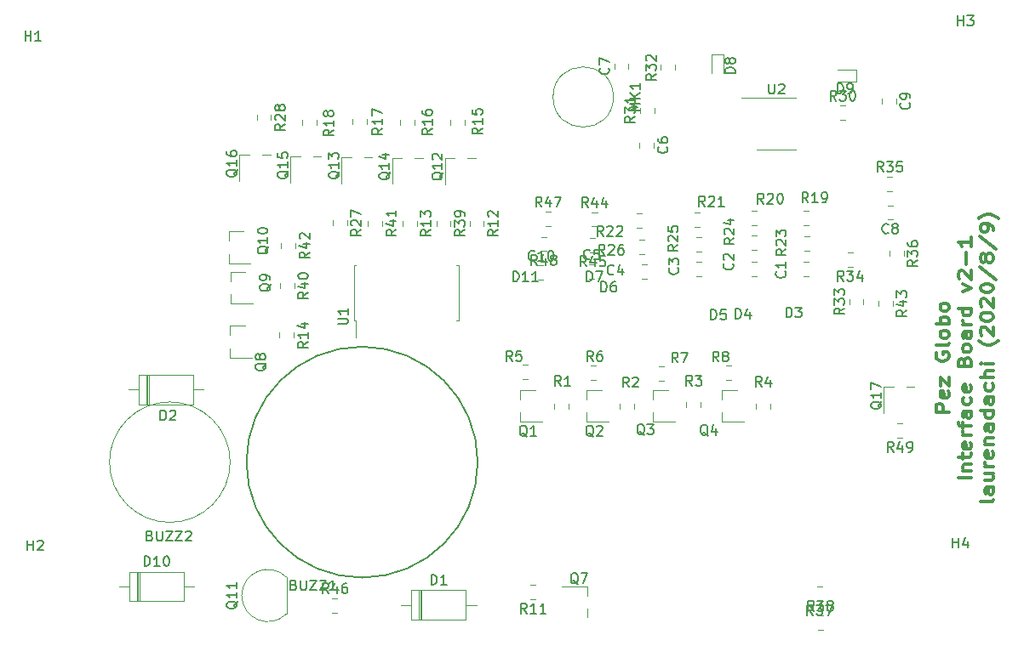
<source format=gbr>
G04 #@! TF.GenerationSoftware,KiCad,Pcbnew,(5.1.6-0-10_14)*
G04 #@! TF.CreationDate,2020-09-03T15:34:08-04:00*
G04 #@! TF.ProjectId,Pufferfish-Interface-2,50756666-6572-4666-9973-682d496e7465,rev?*
G04 #@! TF.SameCoordinates,Original*
G04 #@! TF.FileFunction,Legend,Top*
G04 #@! TF.FilePolarity,Positive*
%FSLAX46Y46*%
G04 Gerber Fmt 4.6, Leading zero omitted, Abs format (unit mm)*
G04 Created by KiCad (PCBNEW (5.1.6-0-10_14)) date 2020-09-03 15:34:08*
%MOMM*%
%LPD*%
G01*
G04 APERTURE LIST*
%ADD10C,0.300000*%
%ADD11C,0.120000*%
%ADD12C,0.203200*%
%ADD13C,0.150000*%
G04 APERTURE END LIST*
D10*
X74369523Y-34392857D02*
X73099523Y-34392857D01*
X73099523Y-33821428D01*
X73160000Y-33678571D01*
X73220476Y-33607142D01*
X73341428Y-33535714D01*
X73522857Y-33535714D01*
X73643809Y-33607142D01*
X73704285Y-33678571D01*
X73764761Y-33821428D01*
X73764761Y-34392857D01*
X74309047Y-32321428D02*
X74369523Y-32464285D01*
X74369523Y-32750000D01*
X74309047Y-32892857D01*
X74188095Y-32964285D01*
X73704285Y-32964285D01*
X73583333Y-32892857D01*
X73522857Y-32750000D01*
X73522857Y-32464285D01*
X73583333Y-32321428D01*
X73704285Y-32250000D01*
X73825238Y-32250000D01*
X73946190Y-32964285D01*
X73522857Y-31750000D02*
X73522857Y-30964285D01*
X74369523Y-31750000D01*
X74369523Y-30964285D01*
X73160000Y-28464285D02*
X73099523Y-28607142D01*
X73099523Y-28821428D01*
X73160000Y-29035714D01*
X73280952Y-29178571D01*
X73401904Y-29250000D01*
X73643809Y-29321428D01*
X73825238Y-29321428D01*
X74067142Y-29250000D01*
X74188095Y-29178571D01*
X74309047Y-29035714D01*
X74369523Y-28821428D01*
X74369523Y-28678571D01*
X74309047Y-28464285D01*
X74248571Y-28392857D01*
X73825238Y-28392857D01*
X73825238Y-28678571D01*
X74369523Y-27535714D02*
X74309047Y-27678571D01*
X74188095Y-27750000D01*
X73099523Y-27750000D01*
X74369523Y-26750000D02*
X74309047Y-26892857D01*
X74248571Y-26964285D01*
X74127619Y-27035714D01*
X73764761Y-27035714D01*
X73643809Y-26964285D01*
X73583333Y-26892857D01*
X73522857Y-26750000D01*
X73522857Y-26535714D01*
X73583333Y-26392857D01*
X73643809Y-26321428D01*
X73764761Y-26250000D01*
X74127619Y-26250000D01*
X74248571Y-26321428D01*
X74309047Y-26392857D01*
X74369523Y-26535714D01*
X74369523Y-26750000D01*
X74369523Y-25607142D02*
X73099523Y-25607142D01*
X73583333Y-25607142D02*
X73522857Y-25464285D01*
X73522857Y-25178571D01*
X73583333Y-25035714D01*
X73643809Y-24964285D01*
X73764761Y-24892857D01*
X74127619Y-24892857D01*
X74248571Y-24964285D01*
X74309047Y-25035714D01*
X74369523Y-25178571D01*
X74369523Y-25464285D01*
X74309047Y-25607142D01*
X74369523Y-24035714D02*
X74309047Y-24178571D01*
X74248571Y-24250000D01*
X74127619Y-24321428D01*
X73764761Y-24321428D01*
X73643809Y-24250000D01*
X73583333Y-24178571D01*
X73522857Y-24035714D01*
X73522857Y-23821428D01*
X73583333Y-23678571D01*
X73643809Y-23607142D01*
X73764761Y-23535714D01*
X74127619Y-23535714D01*
X74248571Y-23607142D01*
X74309047Y-23678571D01*
X74369523Y-23821428D01*
X74369523Y-24035714D01*
X76574523Y-40928571D02*
X75304523Y-40928571D01*
X75727857Y-40214285D02*
X76574523Y-40214285D01*
X75848809Y-40214285D02*
X75788333Y-40142857D01*
X75727857Y-40000000D01*
X75727857Y-39785714D01*
X75788333Y-39642857D01*
X75909285Y-39571428D01*
X76574523Y-39571428D01*
X75727857Y-39071428D02*
X75727857Y-38500000D01*
X75304523Y-38857142D02*
X76393095Y-38857142D01*
X76514047Y-38785714D01*
X76574523Y-38642857D01*
X76574523Y-38500000D01*
X76514047Y-37428571D02*
X76574523Y-37571428D01*
X76574523Y-37857142D01*
X76514047Y-38000000D01*
X76393095Y-38071428D01*
X75909285Y-38071428D01*
X75788333Y-38000000D01*
X75727857Y-37857142D01*
X75727857Y-37571428D01*
X75788333Y-37428571D01*
X75909285Y-37357142D01*
X76030238Y-37357142D01*
X76151190Y-38071428D01*
X76574523Y-36714285D02*
X75727857Y-36714285D01*
X75969761Y-36714285D02*
X75848809Y-36642857D01*
X75788333Y-36571428D01*
X75727857Y-36428571D01*
X75727857Y-36285714D01*
X75727857Y-36000000D02*
X75727857Y-35428571D01*
X76574523Y-35785714D02*
X75485952Y-35785714D01*
X75365000Y-35714285D01*
X75304523Y-35571428D01*
X75304523Y-35428571D01*
X76574523Y-34285714D02*
X75909285Y-34285714D01*
X75788333Y-34357142D01*
X75727857Y-34500000D01*
X75727857Y-34785714D01*
X75788333Y-34928571D01*
X76514047Y-34285714D02*
X76574523Y-34428571D01*
X76574523Y-34785714D01*
X76514047Y-34928571D01*
X76393095Y-35000000D01*
X76272142Y-35000000D01*
X76151190Y-34928571D01*
X76090714Y-34785714D01*
X76090714Y-34428571D01*
X76030238Y-34285714D01*
X76514047Y-32928571D02*
X76574523Y-33071428D01*
X76574523Y-33357142D01*
X76514047Y-33500000D01*
X76453571Y-33571428D01*
X76332619Y-33642857D01*
X75969761Y-33642857D01*
X75848809Y-33571428D01*
X75788333Y-33500000D01*
X75727857Y-33357142D01*
X75727857Y-33071428D01*
X75788333Y-32928571D01*
X76514047Y-31714285D02*
X76574523Y-31857142D01*
X76574523Y-32142857D01*
X76514047Y-32285714D01*
X76393095Y-32357142D01*
X75909285Y-32357142D01*
X75788333Y-32285714D01*
X75727857Y-32142857D01*
X75727857Y-31857142D01*
X75788333Y-31714285D01*
X75909285Y-31642857D01*
X76030238Y-31642857D01*
X76151190Y-32357142D01*
X75909285Y-29357142D02*
X75969761Y-29142857D01*
X76030238Y-29071428D01*
X76151190Y-29000000D01*
X76332619Y-29000000D01*
X76453571Y-29071428D01*
X76514047Y-29142857D01*
X76574523Y-29285714D01*
X76574523Y-29857142D01*
X75304523Y-29857142D01*
X75304523Y-29357142D01*
X75365000Y-29214285D01*
X75425476Y-29142857D01*
X75546428Y-29071428D01*
X75667380Y-29071428D01*
X75788333Y-29142857D01*
X75848809Y-29214285D01*
X75909285Y-29357142D01*
X75909285Y-29857142D01*
X76574523Y-28142857D02*
X76514047Y-28285714D01*
X76453571Y-28357142D01*
X76332619Y-28428571D01*
X75969761Y-28428571D01*
X75848809Y-28357142D01*
X75788333Y-28285714D01*
X75727857Y-28142857D01*
X75727857Y-27928571D01*
X75788333Y-27785714D01*
X75848809Y-27714285D01*
X75969761Y-27642857D01*
X76332619Y-27642857D01*
X76453571Y-27714285D01*
X76514047Y-27785714D01*
X76574523Y-27928571D01*
X76574523Y-28142857D01*
X76574523Y-26357142D02*
X75909285Y-26357142D01*
X75788333Y-26428571D01*
X75727857Y-26571428D01*
X75727857Y-26857142D01*
X75788333Y-27000000D01*
X76514047Y-26357142D02*
X76574523Y-26500000D01*
X76574523Y-26857142D01*
X76514047Y-27000000D01*
X76393095Y-27071428D01*
X76272142Y-27071428D01*
X76151190Y-27000000D01*
X76090714Y-26857142D01*
X76090714Y-26500000D01*
X76030238Y-26357142D01*
X76574523Y-25642857D02*
X75727857Y-25642857D01*
X75969761Y-25642857D02*
X75848809Y-25571428D01*
X75788333Y-25500000D01*
X75727857Y-25357142D01*
X75727857Y-25214285D01*
X76574523Y-24071428D02*
X75304523Y-24071428D01*
X76514047Y-24071428D02*
X76574523Y-24214285D01*
X76574523Y-24500000D01*
X76514047Y-24642857D01*
X76453571Y-24714285D01*
X76332619Y-24785714D01*
X75969761Y-24785714D01*
X75848809Y-24714285D01*
X75788333Y-24642857D01*
X75727857Y-24500000D01*
X75727857Y-24214285D01*
X75788333Y-24071428D01*
X75727857Y-22357142D02*
X76574523Y-22000000D01*
X75727857Y-21642857D01*
X75425476Y-21142857D02*
X75365000Y-21071428D01*
X75304523Y-20928571D01*
X75304523Y-20571428D01*
X75365000Y-20428571D01*
X75425476Y-20357142D01*
X75546428Y-20285714D01*
X75667380Y-20285714D01*
X75848809Y-20357142D01*
X76574523Y-21214285D01*
X76574523Y-20285714D01*
X76090714Y-19642857D02*
X76090714Y-18500000D01*
X76574523Y-17000000D02*
X76574523Y-17857142D01*
X76574523Y-17428571D02*
X75304523Y-17428571D01*
X75485952Y-17571428D01*
X75606904Y-17714285D01*
X75667380Y-17857142D01*
X78779523Y-43107142D02*
X78719047Y-43250000D01*
X78598095Y-43321428D01*
X77509523Y-43321428D01*
X78779523Y-41892857D02*
X78114285Y-41892857D01*
X77993333Y-41964285D01*
X77932857Y-42107142D01*
X77932857Y-42392857D01*
X77993333Y-42535714D01*
X78719047Y-41892857D02*
X78779523Y-42035714D01*
X78779523Y-42392857D01*
X78719047Y-42535714D01*
X78598095Y-42607142D01*
X78477142Y-42607142D01*
X78356190Y-42535714D01*
X78295714Y-42392857D01*
X78295714Y-42035714D01*
X78235238Y-41892857D01*
X77932857Y-40535714D02*
X78779523Y-40535714D01*
X77932857Y-41178571D02*
X78598095Y-41178571D01*
X78719047Y-41107142D01*
X78779523Y-40964285D01*
X78779523Y-40750000D01*
X78719047Y-40607142D01*
X78658571Y-40535714D01*
X78779523Y-39821428D02*
X77932857Y-39821428D01*
X78174761Y-39821428D02*
X78053809Y-39750000D01*
X77993333Y-39678571D01*
X77932857Y-39535714D01*
X77932857Y-39392857D01*
X78719047Y-38321428D02*
X78779523Y-38464285D01*
X78779523Y-38750000D01*
X78719047Y-38892857D01*
X78598095Y-38964285D01*
X78114285Y-38964285D01*
X77993333Y-38892857D01*
X77932857Y-38750000D01*
X77932857Y-38464285D01*
X77993333Y-38321428D01*
X78114285Y-38250000D01*
X78235238Y-38250000D01*
X78356190Y-38964285D01*
X77932857Y-37607142D02*
X78779523Y-37607142D01*
X78053809Y-37607142D02*
X77993333Y-37535714D01*
X77932857Y-37392857D01*
X77932857Y-37178571D01*
X77993333Y-37035714D01*
X78114285Y-36964285D01*
X78779523Y-36964285D01*
X78779523Y-35607142D02*
X78114285Y-35607142D01*
X77993333Y-35678571D01*
X77932857Y-35821428D01*
X77932857Y-36107142D01*
X77993333Y-36250000D01*
X78719047Y-35607142D02*
X78779523Y-35750000D01*
X78779523Y-36107142D01*
X78719047Y-36250000D01*
X78598095Y-36321428D01*
X78477142Y-36321428D01*
X78356190Y-36250000D01*
X78295714Y-36107142D01*
X78295714Y-35750000D01*
X78235238Y-35607142D01*
X78779523Y-34250000D02*
X77509523Y-34250000D01*
X78719047Y-34250000D02*
X78779523Y-34392857D01*
X78779523Y-34678571D01*
X78719047Y-34821428D01*
X78658571Y-34892857D01*
X78537619Y-34964285D01*
X78174761Y-34964285D01*
X78053809Y-34892857D01*
X77993333Y-34821428D01*
X77932857Y-34678571D01*
X77932857Y-34392857D01*
X77993333Y-34250000D01*
X78779523Y-32892857D02*
X78114285Y-32892857D01*
X77993333Y-32964285D01*
X77932857Y-33107142D01*
X77932857Y-33392857D01*
X77993333Y-33535714D01*
X78719047Y-32892857D02*
X78779523Y-33035714D01*
X78779523Y-33392857D01*
X78719047Y-33535714D01*
X78598095Y-33607142D01*
X78477142Y-33607142D01*
X78356190Y-33535714D01*
X78295714Y-33392857D01*
X78295714Y-33035714D01*
X78235238Y-32892857D01*
X78719047Y-31535714D02*
X78779523Y-31678571D01*
X78779523Y-31964285D01*
X78719047Y-32107142D01*
X78658571Y-32178571D01*
X78537619Y-32250000D01*
X78174761Y-32250000D01*
X78053809Y-32178571D01*
X77993333Y-32107142D01*
X77932857Y-31964285D01*
X77932857Y-31678571D01*
X77993333Y-31535714D01*
X78779523Y-30892857D02*
X77509523Y-30892857D01*
X78779523Y-30250000D02*
X78114285Y-30250000D01*
X77993333Y-30321428D01*
X77932857Y-30464285D01*
X77932857Y-30678571D01*
X77993333Y-30821428D01*
X78053809Y-30892857D01*
X78779523Y-29535714D02*
X77932857Y-29535714D01*
X77509523Y-29535714D02*
X77570000Y-29607142D01*
X77630476Y-29535714D01*
X77570000Y-29464285D01*
X77509523Y-29535714D01*
X77630476Y-29535714D01*
X79263333Y-27250000D02*
X79202857Y-27321428D01*
X79021428Y-27464285D01*
X78900476Y-27535714D01*
X78719047Y-27607142D01*
X78416666Y-27678571D01*
X78174761Y-27678571D01*
X77872380Y-27607142D01*
X77690952Y-27535714D01*
X77570000Y-27464285D01*
X77388571Y-27321428D01*
X77328095Y-27250000D01*
X77630476Y-26750000D02*
X77570000Y-26678571D01*
X77509523Y-26535714D01*
X77509523Y-26178571D01*
X77570000Y-26035714D01*
X77630476Y-25964285D01*
X77751428Y-25892857D01*
X77872380Y-25892857D01*
X78053809Y-25964285D01*
X78779523Y-26821428D01*
X78779523Y-25892857D01*
X77509523Y-24964285D02*
X77509523Y-24821428D01*
X77570000Y-24678571D01*
X77630476Y-24607142D01*
X77751428Y-24535714D01*
X77993333Y-24464285D01*
X78295714Y-24464285D01*
X78537619Y-24535714D01*
X78658571Y-24607142D01*
X78719047Y-24678571D01*
X78779523Y-24821428D01*
X78779523Y-24964285D01*
X78719047Y-25107142D01*
X78658571Y-25178571D01*
X78537619Y-25250000D01*
X78295714Y-25321428D01*
X77993333Y-25321428D01*
X77751428Y-25250000D01*
X77630476Y-25178571D01*
X77570000Y-25107142D01*
X77509523Y-24964285D01*
X77630476Y-23892857D02*
X77570000Y-23821428D01*
X77509523Y-23678571D01*
X77509523Y-23321428D01*
X77570000Y-23178571D01*
X77630476Y-23107142D01*
X77751428Y-23035714D01*
X77872380Y-23035714D01*
X78053809Y-23107142D01*
X78779523Y-23964285D01*
X78779523Y-23035714D01*
X77509523Y-22107142D02*
X77509523Y-21964285D01*
X77570000Y-21821428D01*
X77630476Y-21750000D01*
X77751428Y-21678571D01*
X77993333Y-21607142D01*
X78295714Y-21607142D01*
X78537619Y-21678571D01*
X78658571Y-21750000D01*
X78719047Y-21821428D01*
X78779523Y-21964285D01*
X78779523Y-22107142D01*
X78719047Y-22250000D01*
X78658571Y-22321428D01*
X78537619Y-22392857D01*
X78295714Y-22464285D01*
X77993333Y-22464285D01*
X77751428Y-22392857D01*
X77630476Y-22321428D01*
X77570000Y-22250000D01*
X77509523Y-22107142D01*
X77449047Y-19892857D02*
X79081904Y-21178571D01*
X78053809Y-19178571D02*
X77993333Y-19321428D01*
X77932857Y-19392857D01*
X77811904Y-19464285D01*
X77751428Y-19464285D01*
X77630476Y-19392857D01*
X77570000Y-19321428D01*
X77509523Y-19178571D01*
X77509523Y-18892857D01*
X77570000Y-18750000D01*
X77630476Y-18678571D01*
X77751428Y-18607142D01*
X77811904Y-18607142D01*
X77932857Y-18678571D01*
X77993333Y-18750000D01*
X78053809Y-18892857D01*
X78053809Y-19178571D01*
X78114285Y-19321428D01*
X78174761Y-19392857D01*
X78295714Y-19464285D01*
X78537619Y-19464285D01*
X78658571Y-19392857D01*
X78719047Y-19321428D01*
X78779523Y-19178571D01*
X78779523Y-18892857D01*
X78719047Y-18750000D01*
X78658571Y-18678571D01*
X78537619Y-18607142D01*
X78295714Y-18607142D01*
X78174761Y-18678571D01*
X78114285Y-18750000D01*
X78053809Y-18892857D01*
X77449047Y-16892857D02*
X79081904Y-18178571D01*
X78779523Y-16321428D02*
X78779523Y-16035714D01*
X78719047Y-15892857D01*
X78658571Y-15821428D01*
X78477142Y-15678571D01*
X78235238Y-15607142D01*
X77751428Y-15607142D01*
X77630476Y-15678571D01*
X77570000Y-15750000D01*
X77509523Y-15892857D01*
X77509523Y-16178571D01*
X77570000Y-16321428D01*
X77630476Y-16392857D01*
X77751428Y-16464285D01*
X78053809Y-16464285D01*
X78174761Y-16392857D01*
X78235238Y-16321428D01*
X78295714Y-16178571D01*
X78295714Y-15892857D01*
X78235238Y-15750000D01*
X78174761Y-15678571D01*
X78053809Y-15607142D01*
X79263333Y-15107142D02*
X79202857Y-15035714D01*
X79021428Y-14892857D01*
X78900476Y-14821428D01*
X78719047Y-14750000D01*
X78416666Y-14678571D01*
X78174761Y-14678571D01*
X77872380Y-14750000D01*
X77690952Y-14821428D01*
X77570000Y-14892857D01*
X77388571Y-15035714D01*
X77328095Y-15107142D01*
D11*
X69758578Y-35540000D02*
X69241422Y-35540000D01*
X69758578Y-36960000D02*
X69241422Y-36960000D01*
X70150000Y-31900000D02*
X70950000Y-31900000D01*
X67900000Y-34500000D02*
X67900000Y-31900000D01*
X67900000Y-31900000D02*
X68850000Y-31900000D01*
X-7154620Y-50275980D02*
X-7154620Y-53215980D01*
X-7154620Y-53215980D02*
X-1714620Y-53215980D01*
X-1714620Y-53215980D02*
X-1714620Y-50275980D01*
X-1714620Y-50275980D02*
X-7154620Y-50275980D01*
X-8174620Y-51745980D02*
X-7154620Y-51745980D01*
X-694620Y-51745980D02*
X-1714620Y-51745980D01*
X-6254620Y-50275980D02*
X-6254620Y-53215980D01*
X-6134620Y-50275980D02*
X-6134620Y-53215980D01*
X-6374620Y-50275980D02*
X-6374620Y-53215980D01*
X38571422Y-19680000D02*
X39088578Y-19680000D01*
X38571422Y-21100000D02*
X39088578Y-21100000D01*
X39208578Y-18470000D02*
X38691422Y-18470000D01*
X39208578Y-17050000D02*
X38691422Y-17050000D01*
X38870122Y-14474120D02*
X39387278Y-14474120D01*
X38870122Y-15894120D02*
X39387278Y-15894120D01*
X25590960Y-22496780D02*
X25590960Y-19736780D01*
X25590960Y-19736780D02*
X25385960Y-19736780D01*
X25590960Y-22496780D02*
X25590960Y-25256780D01*
X25590960Y-25256780D02*
X25385960Y-25256780D01*
X15170960Y-22496780D02*
X15170960Y-19736780D01*
X15170960Y-19736780D02*
X15375960Y-19736780D01*
X15170960Y-22496780D02*
X15170960Y-25256780D01*
X15170960Y-25256780D02*
X15375960Y-25256780D01*
X15375960Y-25256780D02*
X15375960Y-26946780D01*
X34318578Y-18340000D02*
X33801422Y-18340000D01*
X34318578Y-16920000D02*
X33801422Y-16920000D01*
X34248922Y-14430000D02*
X34766078Y-14430000D01*
X34248922Y-15850000D02*
X34766078Y-15850000D01*
X68790000Y-23331422D02*
X68790000Y-23848578D01*
X67370000Y-23331422D02*
X67370000Y-23848578D01*
X6940620Y-4795782D02*
X6940620Y-5312938D01*
X5520620Y-4795782D02*
X5520620Y-5312938D01*
X33526902Y-19791500D02*
X34044058Y-19791500D01*
X33526902Y-21211500D02*
X34044058Y-21211500D01*
X2880000Y-39370000D02*
G75*
G03*
X2880000Y-39370000I-6000000J0D01*
G01*
X41000000Y-3000000D02*
G75*
G03*
X41000000Y-3000000I-3000000J0D01*
G01*
X57220000Y-8200000D02*
X59170000Y-8200000D01*
X57220000Y-8200000D02*
X55270000Y-8200000D01*
X57220000Y-3080000D02*
X59170000Y-3080000D01*
X57220000Y-3080000D02*
X53770000Y-3080000D01*
X13033922Y-52920000D02*
X13551078Y-52920000D01*
X13033922Y-54340000D02*
X13551078Y-54340000D01*
X9381560Y-17552142D02*
X9381560Y-18069298D01*
X7961560Y-17552142D02*
X7961560Y-18069298D01*
X18004860Y-15311622D02*
X18004860Y-15828778D01*
X16584860Y-15311622D02*
X16584860Y-15828778D01*
X9249480Y-21549862D02*
X9249480Y-22067018D01*
X7829480Y-21549862D02*
X7829480Y-22067018D01*
X24814600Y-15337022D02*
X24814600Y-15854178D01*
X23394600Y-15337022D02*
X23394600Y-15854178D01*
X61318922Y-54670000D02*
X61836078Y-54670000D01*
X61318922Y-56090000D02*
X61836078Y-56090000D01*
X61756078Y-53210000D02*
X61238922Y-53210000D01*
X61756078Y-51790000D02*
X61238922Y-51790000D01*
X69870000Y-18341422D02*
X69870000Y-18858578D01*
X68450000Y-18341422D02*
X68450000Y-18858578D01*
X68223922Y-10930000D02*
X68741078Y-10930000D01*
X68223922Y-12350000D02*
X68741078Y-12350000D01*
X64808578Y-19930000D02*
X64291422Y-19930000D01*
X64808578Y-18510000D02*
X64291422Y-18510000D01*
X64450000Y-23648578D02*
X64450000Y-23131422D01*
X65870000Y-23648578D02*
X65870000Y-23131422D01*
X45730000Y-318578D02*
X45730000Y198578D01*
X47150000Y-318578D02*
X47150000Y198578D01*
X43641180Y-4568578D02*
X43641180Y-4051422D01*
X45061180Y-4568578D02*
X45061180Y-4051422D01*
X63551422Y-3860000D02*
X64068578Y-3860000D01*
X63551422Y-5280000D02*
X64068578Y-5280000D01*
X14514900Y-15283682D02*
X14514900Y-15800838D01*
X13094900Y-15283682D02*
X13094900Y-15800838D01*
X9211380Y-26474682D02*
X9211380Y-26991838D01*
X7791380Y-26474682D02*
X7791380Y-26991838D01*
X21436400Y-15337022D02*
X21436400Y-15854178D01*
X20016400Y-15337022D02*
X20016400Y-15854178D01*
X28108980Y-15337022D02*
X28108980Y-15854178D01*
X26688980Y-15337022D02*
X26688980Y-15854178D01*
X6070360Y-8774060D02*
X6870360Y-8774060D01*
X3820360Y-11374060D02*
X3820360Y-8774060D01*
X3820360Y-8774060D02*
X4770360Y-8774060D01*
X11142740Y-8944240D02*
X11942740Y-8944240D01*
X8892740Y-11544240D02*
X8892740Y-8944240D01*
X8892740Y-8944240D02*
X9842740Y-8944240D01*
X21244320Y-9058540D02*
X22044320Y-9058540D01*
X18994320Y-11658540D02*
X18994320Y-9058540D01*
X18994320Y-9058540D02*
X19944320Y-9058540D01*
X16212580Y-8984880D02*
X17012580Y-8984880D01*
X13962580Y-11584880D02*
X13962580Y-8984880D01*
X13962580Y-8984880D02*
X14912580Y-8984880D01*
X26509740Y-9081400D02*
X27309740Y-9081400D01*
X24259740Y-11681400D02*
X24259740Y-9081400D01*
X24259740Y-9081400D02*
X25209740Y-9081400D01*
X8468478Y-50811522D02*
G75*
G03*
X4030000Y-52650000I-1838478J-1838478D01*
G01*
X8468478Y-54488478D02*
G75*
G02*
X4030000Y-52650000I-1838478J1838478D01*
G01*
X8480000Y-54450000D02*
X8480000Y-50850000D01*
X65170000Y-1460000D02*
X65170000Y-260000D01*
X63320000Y-1460000D02*
X65170000Y-1460000D01*
X63320000Y-260000D02*
X65170000Y-260000D01*
X51950000Y1260000D02*
X50750000Y1260000D01*
X51950000Y-590000D02*
X51950000Y1260000D01*
X50750000Y-590000D02*
X50750000Y1260000D01*
X69130000Y-3161422D02*
X69130000Y-3678578D01*
X67710000Y-3161422D02*
X67710000Y-3678578D01*
X68781078Y-15210000D02*
X68263922Y-15210000D01*
X68781078Y-13790000D02*
X68263922Y-13790000D01*
X41080000Y-208578D02*
X41080000Y308578D01*
X42500000Y-208578D02*
X42500000Y308578D01*
X45007840Y-7531222D02*
X45007840Y-8048378D01*
X43587840Y-7531222D02*
X43587840Y-8048378D01*
X38442000Y-53990000D02*
X38442000Y-54790000D01*
X35842000Y-51740000D02*
X38442000Y-51740000D01*
X38442000Y-51740000D02*
X38442000Y-52690000D01*
X44068578Y-18620000D02*
X43551422Y-18620000D01*
X44068578Y-17200000D02*
X43551422Y-17200000D01*
X49778578Y-18420000D02*
X49261422Y-18420000D01*
X49778578Y-17000000D02*
X49261422Y-17000000D01*
X55229258Y-18210000D02*
X54712102Y-18210000D01*
X55229258Y-16790000D02*
X54712102Y-16790000D01*
X60499998Y-18281720D02*
X59982842Y-18281720D01*
X60499998Y-16861720D02*
X59982842Y-16861720D01*
X43332662Y-14568100D02*
X43849818Y-14568100D01*
X43332662Y-15988100D02*
X43849818Y-15988100D01*
X49035202Y-14507140D02*
X49552358Y-14507140D01*
X49035202Y-15927140D02*
X49552358Y-15927140D01*
X54712102Y-14321720D02*
X55229258Y-14321720D01*
X54712102Y-15741720D02*
X55229258Y-15741720D01*
X59885842Y-14321720D02*
X60402998Y-14321720D01*
X59885842Y-15741720D02*
X60402998Y-15741720D01*
X11460000Y-5241422D02*
X11460000Y-5758578D01*
X10040000Y-5241422D02*
X10040000Y-5758578D01*
X16460000Y-5178922D02*
X16460000Y-5696078D01*
X15040000Y-5178922D02*
X15040000Y-5696078D01*
X21210000Y-5241422D02*
X21210000Y-5758578D01*
X19790000Y-5241422D02*
X19790000Y-5758578D01*
X26210000Y-5241422D02*
X26210000Y-5758578D01*
X24790000Y-5241422D02*
X24790000Y-5758578D01*
X33278578Y-53034000D02*
X32761422Y-53034000D01*
X33278578Y-51614000D02*
X32761422Y-51614000D01*
X52757598Y-31190000D02*
X52240442Y-31190000D01*
X52757598Y-29770000D02*
X52240442Y-29770000D01*
X46057078Y-31228100D02*
X45539922Y-31228100D01*
X46057078Y-29808100D02*
X45539922Y-29808100D01*
X39267898Y-31149360D02*
X38750742Y-31149360D01*
X39267898Y-29729360D02*
X38750742Y-29729360D01*
X32506658Y-31070620D02*
X31989502Y-31070620D01*
X32506658Y-29650620D02*
X31989502Y-29650620D01*
X55170000Y-34040578D02*
X55170000Y-33523422D01*
X56590000Y-34040578D02*
X56590000Y-33523422D01*
X48266280Y-33933898D02*
X48266280Y-33416742D01*
X49686280Y-33933898D02*
X49686280Y-33416742D01*
X41631800Y-34040578D02*
X41631800Y-33523422D01*
X43051800Y-34040578D02*
X43051800Y-33523422D01*
X35104000Y-34040578D02*
X35104000Y-33523422D01*
X36524000Y-34040578D02*
X36524000Y-33523422D01*
X2729960Y-16385420D02*
X2729960Y-17315420D01*
X2729960Y-19545420D02*
X2729960Y-18615420D01*
X2729960Y-19545420D02*
X4889960Y-19545420D01*
X2729960Y-16385420D02*
X4189960Y-16385420D01*
X2931380Y-20441760D02*
X2931380Y-21371760D01*
X2931380Y-23601760D02*
X2931380Y-22671760D01*
X2931380Y-23601760D02*
X5091380Y-23601760D01*
X2931380Y-20441760D02*
X4391380Y-20441760D01*
X2869660Y-25791040D02*
X2869660Y-26721040D01*
X2869660Y-28951040D02*
X2869660Y-28021040D01*
X2869660Y-28951040D02*
X5029660Y-28951040D01*
X2869660Y-25791040D02*
X4329660Y-25791040D01*
X51818000Y-32202000D02*
X51818000Y-33132000D01*
X51818000Y-35362000D02*
X51818000Y-34432000D01*
X51818000Y-35362000D02*
X53978000Y-35362000D01*
X51818000Y-32202000D02*
X53278000Y-32202000D01*
X44960000Y-32202000D02*
X44960000Y-33132000D01*
X44960000Y-35362000D02*
X44960000Y-34432000D01*
X44960000Y-35362000D02*
X47120000Y-35362000D01*
X44960000Y-32202000D02*
X46420000Y-32202000D01*
X38356000Y-32202000D02*
X38356000Y-33132000D01*
X38356000Y-35362000D02*
X38356000Y-34432000D01*
X38356000Y-35362000D02*
X40516000Y-35362000D01*
X38356000Y-32202000D02*
X39816000Y-32202000D01*
X31752000Y-32202000D02*
X31752000Y-33132000D01*
X31752000Y-35362000D02*
X31752000Y-34432000D01*
X31752000Y-35362000D02*
X33912000Y-35362000D01*
X31752000Y-32202000D02*
X33212000Y-32202000D01*
X-6250000Y-30660000D02*
X-6250000Y-33600000D01*
X-6250000Y-33600000D02*
X-810000Y-33600000D01*
X-810000Y-33600000D02*
X-810000Y-30660000D01*
X-810000Y-30660000D02*
X-6250000Y-30660000D01*
X-7270000Y-32130000D02*
X-6250000Y-32130000D01*
X210000Y-32130000D02*
X-810000Y-32130000D01*
X-5350000Y-30660000D02*
X-5350000Y-33600000D01*
X-5230000Y-30660000D02*
X-5230000Y-33600000D01*
X-5470000Y-30660000D02*
X-5470000Y-33600000D01*
X20902000Y-52124000D02*
X20902000Y-55064000D01*
X20902000Y-55064000D02*
X26342000Y-55064000D01*
X26342000Y-55064000D02*
X26342000Y-52124000D01*
X26342000Y-52124000D02*
X20902000Y-52124000D01*
X19882000Y-53594000D02*
X20902000Y-53594000D01*
X27362000Y-53594000D02*
X26342000Y-53594000D01*
X21802000Y-52124000D02*
X21802000Y-55064000D01*
X21922000Y-52124000D02*
X21922000Y-55064000D01*
X21682000Y-52124000D02*
X21682000Y-55064000D01*
X43801422Y-19660000D02*
X44318578Y-19660000D01*
X43801422Y-21080000D02*
X44318578Y-21080000D01*
X49273922Y-19410000D02*
X49791078Y-19410000D01*
X49273922Y-20830000D02*
X49791078Y-20830000D01*
X54712102Y-19401720D02*
X55229258Y-19401720D01*
X54712102Y-20821720D02*
X55229258Y-20821720D01*
X59885842Y-19401720D02*
X60402998Y-19401720D01*
X59885842Y-20821720D02*
X60402998Y-20821720D01*
D12*
X27502000Y-39370000D02*
G75*
G03*
X27502000Y-39370000I-11500000J0D01*
G01*
D13*
X68857142Y-38352380D02*
X68523809Y-37876190D01*
X68285714Y-38352380D02*
X68285714Y-37352380D01*
X68666666Y-37352380D01*
X68761904Y-37400000D01*
X68809523Y-37447619D01*
X68857142Y-37542857D01*
X68857142Y-37685714D01*
X68809523Y-37780952D01*
X68761904Y-37828571D01*
X68666666Y-37876190D01*
X68285714Y-37876190D01*
X69714285Y-37685714D02*
X69714285Y-38352380D01*
X69476190Y-37304761D02*
X69238095Y-38019047D01*
X69857142Y-38019047D01*
X70285714Y-38352380D02*
X70476190Y-38352380D01*
X70571428Y-38304761D01*
X70619047Y-38257142D01*
X70714285Y-38114285D01*
X70761904Y-37923809D01*
X70761904Y-37542857D01*
X70714285Y-37447619D01*
X70666666Y-37400000D01*
X70571428Y-37352380D01*
X70380952Y-37352380D01*
X70285714Y-37400000D01*
X70238095Y-37447619D01*
X70190476Y-37542857D01*
X70190476Y-37780952D01*
X70238095Y-37876190D01*
X70285714Y-37923809D01*
X70380952Y-37971428D01*
X70571428Y-37971428D01*
X70666666Y-37923809D01*
X70714285Y-37876190D01*
X70761904Y-37780952D01*
X67697619Y-33321428D02*
X67650000Y-33416666D01*
X67554761Y-33511904D01*
X67411904Y-33654761D01*
X67364285Y-33750000D01*
X67364285Y-33845238D01*
X67602380Y-33797619D02*
X67554761Y-33892857D01*
X67459523Y-33988095D01*
X67269047Y-34035714D01*
X66935714Y-34035714D01*
X66745238Y-33988095D01*
X66650000Y-33892857D01*
X66602380Y-33797619D01*
X66602380Y-33607142D01*
X66650000Y-33511904D01*
X66745238Y-33416666D01*
X66935714Y-33369047D01*
X67269047Y-33369047D01*
X67459523Y-33416666D01*
X67554761Y-33511904D01*
X67602380Y-33607142D01*
X67602380Y-33797619D01*
X67602380Y-32416666D02*
X67602380Y-32988095D01*
X67602380Y-32702380D02*
X66602380Y-32702380D01*
X66745238Y-32797619D01*
X66840476Y-32892857D01*
X66888095Y-32988095D01*
X66602380Y-32083333D02*
X66602380Y-31416666D01*
X67602380Y-31845238D01*
X74738095Y-47900380D02*
X74738095Y-46900380D01*
X74738095Y-47376571D02*
X75309523Y-47376571D01*
X75309523Y-47900380D02*
X75309523Y-46900380D01*
X76214285Y-47233714D02*
X76214285Y-47900380D01*
X75976190Y-46852761D02*
X75738095Y-47567047D01*
X76357142Y-47567047D01*
X75238095Y4099619D02*
X75238095Y5099619D01*
X75238095Y4623428D02*
X75809523Y4623428D01*
X75809523Y4099619D02*
X75809523Y5099619D01*
X76190476Y5099619D02*
X76809523Y5099619D01*
X76476190Y4718666D01*
X76619047Y4718666D01*
X76714285Y4671047D01*
X76761904Y4623428D01*
X76809523Y4528190D01*
X76809523Y4290095D01*
X76761904Y4194857D01*
X76714285Y4147238D01*
X76619047Y4099619D01*
X76333333Y4099619D01*
X76238095Y4147238D01*
X76190476Y4194857D01*
X-17261904Y-48150380D02*
X-17261904Y-47150380D01*
X-17261904Y-47626571D02*
X-16690476Y-47626571D01*
X-16690476Y-48150380D02*
X-16690476Y-47150380D01*
X-16261904Y-47245619D02*
X-16214285Y-47198000D01*
X-16119047Y-47150380D01*
X-15880952Y-47150380D01*
X-15785714Y-47198000D01*
X-15738095Y-47245619D01*
X-15690476Y-47340857D01*
X-15690476Y-47436095D01*
X-15738095Y-47578952D01*
X-16309523Y-48150380D01*
X-15690476Y-48150380D01*
X-17511904Y2599619D02*
X-17511904Y3599619D01*
X-17511904Y3123428D02*
X-16940476Y3123428D01*
X-16940476Y2599619D02*
X-16940476Y3599619D01*
X-15940476Y2599619D02*
X-16511904Y2599619D01*
X-16226190Y2599619D02*
X-16226190Y3599619D01*
X-16321428Y3456761D01*
X-16416666Y3361523D01*
X-16511904Y3313904D01*
X-5648905Y-49728360D02*
X-5648905Y-48728360D01*
X-5410810Y-48728360D01*
X-5267953Y-48775980D01*
X-5172715Y-48871218D01*
X-5125096Y-48966456D01*
X-5077477Y-49156932D01*
X-5077477Y-49299789D01*
X-5125096Y-49490265D01*
X-5172715Y-49585503D01*
X-5267953Y-49680741D01*
X-5410810Y-49728360D01*
X-5648905Y-49728360D01*
X-4125096Y-49728360D02*
X-4696524Y-49728360D01*
X-4410810Y-49728360D02*
X-4410810Y-48728360D01*
X-4506048Y-48871218D01*
X-4601286Y-48966456D01*
X-4696524Y-49014075D01*
X-3506048Y-48728360D02*
X-3410810Y-48728360D01*
X-3315572Y-48775980D01*
X-3267953Y-48823599D01*
X-3220334Y-48918837D01*
X-3172715Y-49109313D01*
X-3172715Y-49347408D01*
X-3220334Y-49537884D01*
X-3267953Y-49633122D01*
X-3315572Y-49680741D01*
X-3410810Y-49728360D01*
X-3506048Y-49728360D01*
X-3601286Y-49680741D01*
X-3648905Y-49633122D01*
X-3696524Y-49537884D01*
X-3744143Y-49347408D01*
X-3744143Y-49109313D01*
X-3696524Y-48918837D01*
X-3648905Y-48823599D01*
X-3601286Y-48775980D01*
X-3506048Y-48728360D01*
X38361904Y-21352380D02*
X38361904Y-20352380D01*
X38600000Y-20352380D01*
X38742857Y-20400000D01*
X38838095Y-20495238D01*
X38885714Y-20590476D01*
X38933333Y-20780952D01*
X38933333Y-20923809D01*
X38885714Y-21114285D01*
X38838095Y-21209523D01*
X38742857Y-21304761D01*
X38600000Y-21352380D01*
X38361904Y-21352380D01*
X39266666Y-20352380D02*
X39933333Y-20352380D01*
X39504761Y-21352380D01*
X38663333Y-19097142D02*
X38615714Y-19144761D01*
X38472857Y-19192380D01*
X38377619Y-19192380D01*
X38234761Y-19144761D01*
X38139523Y-19049523D01*
X38091904Y-18954285D01*
X38044285Y-18763809D01*
X38044285Y-18620952D01*
X38091904Y-18430476D01*
X38139523Y-18335238D01*
X38234761Y-18240000D01*
X38377619Y-18192380D01*
X38472857Y-18192380D01*
X38615714Y-18240000D01*
X38663333Y-18287619D01*
X39568095Y-18192380D02*
X39091904Y-18192380D01*
X39044285Y-18668571D01*
X39091904Y-18620952D01*
X39187142Y-18573333D01*
X39425238Y-18573333D01*
X39520476Y-18620952D01*
X39568095Y-18668571D01*
X39615714Y-18763809D01*
X39615714Y-19001904D01*
X39568095Y-19097142D01*
X39520476Y-19144761D01*
X39425238Y-19192380D01*
X39187142Y-19192380D01*
X39091904Y-19144761D01*
X39044285Y-19097142D01*
X38307142Y-19862380D02*
X37973809Y-19386190D01*
X37735714Y-19862380D02*
X37735714Y-18862380D01*
X38116666Y-18862380D01*
X38211904Y-18910000D01*
X38259523Y-18957619D01*
X38307142Y-19052857D01*
X38307142Y-19195714D01*
X38259523Y-19290952D01*
X38211904Y-19338571D01*
X38116666Y-19386190D01*
X37735714Y-19386190D01*
X39164285Y-19195714D02*
X39164285Y-19862380D01*
X38926190Y-18814761D02*
X38688095Y-19529047D01*
X39307142Y-19529047D01*
X40164285Y-18862380D02*
X39688095Y-18862380D01*
X39640476Y-19338571D01*
X39688095Y-19290952D01*
X39783333Y-19243333D01*
X40021428Y-19243333D01*
X40116666Y-19290952D01*
X40164285Y-19338571D01*
X40211904Y-19433809D01*
X40211904Y-19671904D01*
X40164285Y-19767142D01*
X40116666Y-19814761D01*
X40021428Y-19862380D01*
X39783333Y-19862380D01*
X39688095Y-19814761D01*
X39640476Y-19767142D01*
X38485842Y-13986500D02*
X38152509Y-13510310D01*
X37914414Y-13986500D02*
X37914414Y-12986500D01*
X38295366Y-12986500D01*
X38390604Y-13034120D01*
X38438223Y-13081739D01*
X38485842Y-13176977D01*
X38485842Y-13319834D01*
X38438223Y-13415072D01*
X38390604Y-13462691D01*
X38295366Y-13510310D01*
X37914414Y-13510310D01*
X39342985Y-13319834D02*
X39342985Y-13986500D01*
X39104890Y-12938881D02*
X38866795Y-13653167D01*
X39485842Y-13653167D01*
X40295366Y-13319834D02*
X40295366Y-13986500D01*
X40057271Y-12938881D02*
X39819176Y-13653167D01*
X40438223Y-13653167D01*
X13577320Y-25636124D02*
X14386844Y-25636124D01*
X14482082Y-25588505D01*
X14529701Y-25540886D01*
X14577320Y-25445648D01*
X14577320Y-25255172D01*
X14529701Y-25159934D01*
X14482082Y-25112315D01*
X14386844Y-25064696D01*
X13577320Y-25064696D01*
X14577320Y-24064696D02*
X14577320Y-24636124D01*
X14577320Y-24350410D02*
X13577320Y-24350410D01*
X13720178Y-24445648D01*
X13815416Y-24540886D01*
X13863035Y-24636124D01*
X33417142Y-19732380D02*
X33083809Y-19256190D01*
X32845714Y-19732380D02*
X32845714Y-18732380D01*
X33226666Y-18732380D01*
X33321904Y-18780000D01*
X33369523Y-18827619D01*
X33417142Y-18922857D01*
X33417142Y-19065714D01*
X33369523Y-19160952D01*
X33321904Y-19208571D01*
X33226666Y-19256190D01*
X32845714Y-19256190D01*
X34274285Y-19065714D02*
X34274285Y-19732380D01*
X34036190Y-18684761D02*
X33798095Y-19399047D01*
X34417142Y-19399047D01*
X34940952Y-19160952D02*
X34845714Y-19113333D01*
X34798095Y-19065714D01*
X34750476Y-18970476D01*
X34750476Y-18922857D01*
X34798095Y-18827619D01*
X34845714Y-18780000D01*
X34940952Y-18732380D01*
X35131428Y-18732380D01*
X35226666Y-18780000D01*
X35274285Y-18827619D01*
X35321904Y-18922857D01*
X35321904Y-18970476D01*
X35274285Y-19065714D01*
X35226666Y-19113333D01*
X35131428Y-19160952D01*
X34940952Y-19160952D01*
X34845714Y-19208571D01*
X34798095Y-19256190D01*
X34750476Y-19351428D01*
X34750476Y-19541904D01*
X34798095Y-19637142D01*
X34845714Y-19684761D01*
X34940952Y-19732380D01*
X35131428Y-19732380D01*
X35226666Y-19684761D01*
X35274285Y-19637142D01*
X35321904Y-19541904D01*
X35321904Y-19351428D01*
X35274285Y-19256190D01*
X35226666Y-19208571D01*
X35131428Y-19160952D01*
X33864642Y-13942380D02*
X33531309Y-13466190D01*
X33293214Y-13942380D02*
X33293214Y-12942380D01*
X33674166Y-12942380D01*
X33769404Y-12990000D01*
X33817023Y-13037619D01*
X33864642Y-13132857D01*
X33864642Y-13275714D01*
X33817023Y-13370952D01*
X33769404Y-13418571D01*
X33674166Y-13466190D01*
X33293214Y-13466190D01*
X34721785Y-13275714D02*
X34721785Y-13942380D01*
X34483690Y-12894761D02*
X34245595Y-13609047D01*
X34864642Y-13609047D01*
X35150357Y-12942380D02*
X35817023Y-12942380D01*
X35388452Y-13942380D01*
X70182380Y-24232857D02*
X69706190Y-24566190D01*
X70182380Y-24804285D02*
X69182380Y-24804285D01*
X69182380Y-24423333D01*
X69230000Y-24328095D01*
X69277619Y-24280476D01*
X69372857Y-24232857D01*
X69515714Y-24232857D01*
X69610952Y-24280476D01*
X69658571Y-24328095D01*
X69706190Y-24423333D01*
X69706190Y-24804285D01*
X69515714Y-23375714D02*
X70182380Y-23375714D01*
X69134761Y-23613809D02*
X69849047Y-23851904D01*
X69849047Y-23232857D01*
X69182380Y-22947142D02*
X69182380Y-22328095D01*
X69563333Y-22661428D01*
X69563333Y-22518571D01*
X69610952Y-22423333D01*
X69658571Y-22375714D01*
X69753809Y-22328095D01*
X69991904Y-22328095D01*
X70087142Y-22375714D01*
X70134761Y-22423333D01*
X70182380Y-22518571D01*
X70182380Y-22804285D01*
X70134761Y-22899523D01*
X70087142Y-22947142D01*
X8333000Y-5697217D02*
X7856810Y-6030550D01*
X8333000Y-6268645D02*
X7333000Y-6268645D01*
X7333000Y-5887693D01*
X7380620Y-5792455D01*
X7428239Y-5744836D01*
X7523477Y-5697217D01*
X7666334Y-5697217D01*
X7761572Y-5744836D01*
X7809191Y-5792455D01*
X7856810Y-5887693D01*
X7856810Y-6268645D01*
X7428239Y-5316264D02*
X7380620Y-5268645D01*
X7333000Y-5173407D01*
X7333000Y-4935312D01*
X7380620Y-4840074D01*
X7428239Y-4792455D01*
X7523477Y-4744836D01*
X7618715Y-4744836D01*
X7761572Y-4792455D01*
X8333000Y-5363883D01*
X8333000Y-4744836D01*
X7761572Y-4173407D02*
X7713953Y-4268645D01*
X7666334Y-4316264D01*
X7571096Y-4363883D01*
X7523477Y-4363883D01*
X7428239Y-4316264D01*
X7380620Y-4268645D01*
X7333000Y-4173407D01*
X7333000Y-3982931D01*
X7380620Y-3887693D01*
X7428239Y-3840074D01*
X7523477Y-3792455D01*
X7571096Y-3792455D01*
X7666334Y-3840074D01*
X7713953Y-3887693D01*
X7761572Y-3982931D01*
X7761572Y-4173407D01*
X7809191Y-4268645D01*
X7856810Y-4316264D01*
X7952048Y-4363883D01*
X8142524Y-4363883D01*
X8237762Y-4316264D01*
X8285381Y-4268645D01*
X8333000Y-4173407D01*
X8333000Y-3982931D01*
X8285381Y-3887693D01*
X8237762Y-3840074D01*
X8142524Y-3792455D01*
X7952048Y-3792455D01*
X7856810Y-3840074D01*
X7809191Y-3887693D01*
X7761572Y-3982931D01*
X31025714Y-21372380D02*
X31025714Y-20372380D01*
X31263809Y-20372380D01*
X31406666Y-20420000D01*
X31501904Y-20515238D01*
X31549523Y-20610476D01*
X31597142Y-20800952D01*
X31597142Y-20943809D01*
X31549523Y-21134285D01*
X31501904Y-21229523D01*
X31406666Y-21324761D01*
X31263809Y-21372380D01*
X31025714Y-21372380D01*
X32549523Y-21372380D02*
X31978095Y-21372380D01*
X32263809Y-21372380D02*
X32263809Y-20372380D01*
X32168571Y-20515238D01*
X32073333Y-20610476D01*
X31978095Y-20658095D01*
X33501904Y-21372380D02*
X32930476Y-21372380D01*
X33216190Y-21372380D02*
X33216190Y-20372380D01*
X33120952Y-20515238D01*
X33025714Y-20610476D01*
X32930476Y-20658095D01*
X33142622Y-19208642D02*
X33095003Y-19256261D01*
X32952146Y-19303880D01*
X32856908Y-19303880D01*
X32714051Y-19256261D01*
X32618813Y-19161023D01*
X32571194Y-19065785D01*
X32523575Y-18875309D01*
X32523575Y-18732452D01*
X32571194Y-18541976D01*
X32618813Y-18446738D01*
X32714051Y-18351500D01*
X32856908Y-18303880D01*
X32952146Y-18303880D01*
X33095003Y-18351500D01*
X33142622Y-18399119D01*
X34095003Y-19303880D02*
X33523575Y-19303880D01*
X33809289Y-19303880D02*
X33809289Y-18303880D01*
X33714051Y-18446738D01*
X33618813Y-18541976D01*
X33523575Y-18589595D01*
X34714051Y-18303880D02*
X34809289Y-18303880D01*
X34904527Y-18351500D01*
X34952146Y-18399119D01*
X34999765Y-18494357D01*
X35047384Y-18684833D01*
X35047384Y-18922928D01*
X34999765Y-19113404D01*
X34952146Y-19208642D01*
X34904527Y-19256261D01*
X34809289Y-19303880D01*
X34714051Y-19303880D01*
X34618813Y-19256261D01*
X34571194Y-19208642D01*
X34523575Y-19113404D01*
X34475956Y-18922928D01*
X34475956Y-18684833D01*
X34523575Y-18494357D01*
X34571194Y-18399119D01*
X34618813Y-18351500D01*
X34714051Y-18303880D01*
X-5100952Y-46698571D02*
X-4958095Y-46746190D01*
X-4910476Y-46793809D01*
X-4862857Y-46889047D01*
X-4862857Y-47031904D01*
X-4910476Y-47127142D01*
X-4958095Y-47174761D01*
X-5053333Y-47222380D01*
X-5434285Y-47222380D01*
X-5434285Y-46222380D01*
X-5100952Y-46222380D01*
X-5005714Y-46270000D01*
X-4958095Y-46317619D01*
X-4910476Y-46412857D01*
X-4910476Y-46508095D01*
X-4958095Y-46603333D01*
X-5005714Y-46650952D01*
X-5100952Y-46698571D01*
X-5434285Y-46698571D01*
X-4434285Y-46222380D02*
X-4434285Y-47031904D01*
X-4386666Y-47127142D01*
X-4339047Y-47174761D01*
X-4243809Y-47222380D01*
X-4053333Y-47222380D01*
X-3958095Y-47174761D01*
X-3910476Y-47127142D01*
X-3862857Y-47031904D01*
X-3862857Y-46222380D01*
X-3481904Y-46222380D02*
X-2815238Y-46222380D01*
X-3481904Y-47222380D01*
X-2815238Y-47222380D01*
X-2529523Y-46222380D02*
X-1862857Y-46222380D01*
X-2529523Y-47222380D01*
X-1862857Y-47222380D01*
X-1529523Y-46317619D02*
X-1481904Y-46270000D01*
X-1386666Y-46222380D01*
X-1148571Y-46222380D01*
X-1053333Y-46270000D01*
X-1005714Y-46317619D01*
X-958095Y-46412857D01*
X-958095Y-46508095D01*
X-1005714Y-46650952D01*
X-1577142Y-47222380D01*
X-958095Y-47222380D01*
X43652380Y-4309523D02*
X42652380Y-4309523D01*
X43366666Y-3976190D01*
X42652380Y-3642857D01*
X43652380Y-3642857D01*
X43652380Y-3166666D02*
X42652380Y-3166666D01*
X43652380Y-2595238D02*
X43080952Y-3023809D01*
X42652380Y-2595238D02*
X43223809Y-3166666D01*
X43652380Y-1642857D02*
X43652380Y-2214285D01*
X43652380Y-1928571D02*
X42652380Y-1928571D01*
X42795238Y-2023809D01*
X42890476Y-2119047D01*
X42938095Y-2214285D01*
X56458095Y-1692380D02*
X56458095Y-2501904D01*
X56505714Y-2597142D01*
X56553333Y-2644761D01*
X56648571Y-2692380D01*
X56839047Y-2692380D01*
X56934285Y-2644761D01*
X56981904Y-2597142D01*
X57029523Y-2501904D01*
X57029523Y-1692380D01*
X57458095Y-1787619D02*
X57505714Y-1740000D01*
X57600952Y-1692380D01*
X57839047Y-1692380D01*
X57934285Y-1740000D01*
X57981904Y-1787619D01*
X58029523Y-1882857D01*
X58029523Y-1978095D01*
X57981904Y-2120952D01*
X57410476Y-2692380D01*
X58029523Y-2692380D01*
X12649642Y-52432380D02*
X12316309Y-51956190D01*
X12078214Y-52432380D02*
X12078214Y-51432380D01*
X12459166Y-51432380D01*
X12554404Y-51480000D01*
X12602023Y-51527619D01*
X12649642Y-51622857D01*
X12649642Y-51765714D01*
X12602023Y-51860952D01*
X12554404Y-51908571D01*
X12459166Y-51956190D01*
X12078214Y-51956190D01*
X13506785Y-51765714D02*
X13506785Y-52432380D01*
X13268690Y-51384761D02*
X13030595Y-52099047D01*
X13649642Y-52099047D01*
X14459166Y-51432380D02*
X14268690Y-51432380D01*
X14173452Y-51480000D01*
X14125833Y-51527619D01*
X14030595Y-51670476D01*
X13982976Y-51860952D01*
X13982976Y-52241904D01*
X14030595Y-52337142D01*
X14078214Y-52384761D01*
X14173452Y-52432380D01*
X14363928Y-52432380D01*
X14459166Y-52384761D01*
X14506785Y-52337142D01*
X14554404Y-52241904D01*
X14554404Y-52003809D01*
X14506785Y-51908571D01*
X14459166Y-51860952D01*
X14363928Y-51813333D01*
X14173452Y-51813333D01*
X14078214Y-51860952D01*
X14030595Y-51908571D01*
X13982976Y-52003809D01*
X10773940Y-18453577D02*
X10297750Y-18786910D01*
X10773940Y-19025005D02*
X9773940Y-19025005D01*
X9773940Y-18644053D01*
X9821560Y-18548815D01*
X9869179Y-18501196D01*
X9964417Y-18453577D01*
X10107274Y-18453577D01*
X10202512Y-18501196D01*
X10250131Y-18548815D01*
X10297750Y-18644053D01*
X10297750Y-19025005D01*
X10107274Y-17596434D02*
X10773940Y-17596434D01*
X9726321Y-17834529D02*
X10440607Y-18072624D01*
X10440607Y-17453577D01*
X9869179Y-17120243D02*
X9821560Y-17072624D01*
X9773940Y-16977386D01*
X9773940Y-16739291D01*
X9821560Y-16644053D01*
X9869179Y-16596434D01*
X9964417Y-16548815D01*
X10059655Y-16548815D01*
X10202512Y-16596434D01*
X10773940Y-17167862D01*
X10773940Y-16548815D01*
X19397240Y-16213057D02*
X18921050Y-16546390D01*
X19397240Y-16784485D02*
X18397240Y-16784485D01*
X18397240Y-16403533D01*
X18444860Y-16308295D01*
X18492479Y-16260676D01*
X18587717Y-16213057D01*
X18730574Y-16213057D01*
X18825812Y-16260676D01*
X18873431Y-16308295D01*
X18921050Y-16403533D01*
X18921050Y-16784485D01*
X18730574Y-15355914D02*
X19397240Y-15355914D01*
X18349621Y-15594009D02*
X19063907Y-15832104D01*
X19063907Y-15213057D01*
X19397240Y-14308295D02*
X19397240Y-14879723D01*
X19397240Y-14594009D02*
X18397240Y-14594009D01*
X18540098Y-14689247D01*
X18635336Y-14784485D01*
X18682955Y-14879723D01*
X10641860Y-22451297D02*
X10165670Y-22784630D01*
X10641860Y-23022725D02*
X9641860Y-23022725D01*
X9641860Y-22641773D01*
X9689480Y-22546535D01*
X9737099Y-22498916D01*
X9832337Y-22451297D01*
X9975194Y-22451297D01*
X10070432Y-22498916D01*
X10118051Y-22546535D01*
X10165670Y-22641773D01*
X10165670Y-23022725D01*
X9975194Y-21594154D02*
X10641860Y-21594154D01*
X9594241Y-21832249D02*
X10308527Y-22070344D01*
X10308527Y-21451297D01*
X9641860Y-20879868D02*
X9641860Y-20784630D01*
X9689480Y-20689392D01*
X9737099Y-20641773D01*
X9832337Y-20594154D01*
X10022813Y-20546535D01*
X10260908Y-20546535D01*
X10451384Y-20594154D01*
X10546622Y-20641773D01*
X10594241Y-20689392D01*
X10641860Y-20784630D01*
X10641860Y-20879868D01*
X10594241Y-20975106D01*
X10546622Y-21022725D01*
X10451384Y-21070344D01*
X10260908Y-21117963D01*
X10022813Y-21117963D01*
X9832337Y-21070344D01*
X9737099Y-21022725D01*
X9689480Y-20975106D01*
X9641860Y-20879868D01*
X26206980Y-16238457D02*
X25730790Y-16571790D01*
X26206980Y-16809885D02*
X25206980Y-16809885D01*
X25206980Y-16428933D01*
X25254600Y-16333695D01*
X25302219Y-16286076D01*
X25397457Y-16238457D01*
X25540314Y-16238457D01*
X25635552Y-16286076D01*
X25683171Y-16333695D01*
X25730790Y-16428933D01*
X25730790Y-16809885D01*
X25206980Y-15905123D02*
X25206980Y-15286076D01*
X25587933Y-15619409D01*
X25587933Y-15476552D01*
X25635552Y-15381314D01*
X25683171Y-15333695D01*
X25778409Y-15286076D01*
X26016504Y-15286076D01*
X26111742Y-15333695D01*
X26159361Y-15381314D01*
X26206980Y-15476552D01*
X26206980Y-15762266D01*
X26159361Y-15857504D01*
X26111742Y-15905123D01*
X26206980Y-14809885D02*
X26206980Y-14619409D01*
X26159361Y-14524171D01*
X26111742Y-14476552D01*
X25968885Y-14381314D01*
X25778409Y-14333695D01*
X25397457Y-14333695D01*
X25302219Y-14381314D01*
X25254600Y-14428933D01*
X25206980Y-14524171D01*
X25206980Y-14714647D01*
X25254600Y-14809885D01*
X25302219Y-14857504D01*
X25397457Y-14905123D01*
X25635552Y-14905123D01*
X25730790Y-14857504D01*
X25778409Y-14809885D01*
X25826028Y-14714647D01*
X25826028Y-14524171D01*
X25778409Y-14428933D01*
X25730790Y-14381314D01*
X25635552Y-14333695D01*
X60934642Y-54182380D02*
X60601309Y-53706190D01*
X60363214Y-54182380D02*
X60363214Y-53182380D01*
X60744166Y-53182380D01*
X60839404Y-53230000D01*
X60887023Y-53277619D01*
X60934642Y-53372857D01*
X60934642Y-53515714D01*
X60887023Y-53610952D01*
X60839404Y-53658571D01*
X60744166Y-53706190D01*
X60363214Y-53706190D01*
X61267976Y-53182380D02*
X61887023Y-53182380D01*
X61553690Y-53563333D01*
X61696547Y-53563333D01*
X61791785Y-53610952D01*
X61839404Y-53658571D01*
X61887023Y-53753809D01*
X61887023Y-53991904D01*
X61839404Y-54087142D01*
X61791785Y-54134761D01*
X61696547Y-54182380D01*
X61410833Y-54182380D01*
X61315595Y-54134761D01*
X61267976Y-54087142D01*
X62458452Y-53610952D02*
X62363214Y-53563333D01*
X62315595Y-53515714D01*
X62267976Y-53420476D01*
X62267976Y-53372857D01*
X62315595Y-53277619D01*
X62363214Y-53230000D01*
X62458452Y-53182380D01*
X62648928Y-53182380D01*
X62744166Y-53230000D01*
X62791785Y-53277619D01*
X62839404Y-53372857D01*
X62839404Y-53420476D01*
X62791785Y-53515714D01*
X62744166Y-53563333D01*
X62648928Y-53610952D01*
X62458452Y-53610952D01*
X62363214Y-53658571D01*
X62315595Y-53706190D01*
X62267976Y-53801428D01*
X62267976Y-53991904D01*
X62315595Y-54087142D01*
X62363214Y-54134761D01*
X62458452Y-54182380D01*
X62648928Y-54182380D01*
X62744166Y-54134761D01*
X62791785Y-54087142D01*
X62839404Y-53991904D01*
X62839404Y-53801428D01*
X62791785Y-53706190D01*
X62744166Y-53658571D01*
X62648928Y-53610952D01*
X60854642Y-54602380D02*
X60521309Y-54126190D01*
X60283214Y-54602380D02*
X60283214Y-53602380D01*
X60664166Y-53602380D01*
X60759404Y-53650000D01*
X60807023Y-53697619D01*
X60854642Y-53792857D01*
X60854642Y-53935714D01*
X60807023Y-54030952D01*
X60759404Y-54078571D01*
X60664166Y-54126190D01*
X60283214Y-54126190D01*
X61187976Y-53602380D02*
X61807023Y-53602380D01*
X61473690Y-53983333D01*
X61616547Y-53983333D01*
X61711785Y-54030952D01*
X61759404Y-54078571D01*
X61807023Y-54173809D01*
X61807023Y-54411904D01*
X61759404Y-54507142D01*
X61711785Y-54554761D01*
X61616547Y-54602380D01*
X61330833Y-54602380D01*
X61235595Y-54554761D01*
X61187976Y-54507142D01*
X62140357Y-53602380D02*
X62807023Y-53602380D01*
X62378452Y-54602380D01*
X71262380Y-19242857D02*
X70786190Y-19576190D01*
X71262380Y-19814285D02*
X70262380Y-19814285D01*
X70262380Y-19433333D01*
X70310000Y-19338095D01*
X70357619Y-19290476D01*
X70452857Y-19242857D01*
X70595714Y-19242857D01*
X70690952Y-19290476D01*
X70738571Y-19338095D01*
X70786190Y-19433333D01*
X70786190Y-19814285D01*
X70262380Y-18909523D02*
X70262380Y-18290476D01*
X70643333Y-18623809D01*
X70643333Y-18480952D01*
X70690952Y-18385714D01*
X70738571Y-18338095D01*
X70833809Y-18290476D01*
X71071904Y-18290476D01*
X71167142Y-18338095D01*
X71214761Y-18385714D01*
X71262380Y-18480952D01*
X71262380Y-18766666D01*
X71214761Y-18861904D01*
X71167142Y-18909523D01*
X70262380Y-17433333D02*
X70262380Y-17623809D01*
X70310000Y-17719047D01*
X70357619Y-17766666D01*
X70500476Y-17861904D01*
X70690952Y-17909523D01*
X71071904Y-17909523D01*
X71167142Y-17861904D01*
X71214761Y-17814285D01*
X71262380Y-17719047D01*
X71262380Y-17528571D01*
X71214761Y-17433333D01*
X71167142Y-17385714D01*
X71071904Y-17338095D01*
X70833809Y-17338095D01*
X70738571Y-17385714D01*
X70690952Y-17433333D01*
X70643333Y-17528571D01*
X70643333Y-17719047D01*
X70690952Y-17814285D01*
X70738571Y-17861904D01*
X70833809Y-17909523D01*
X67839642Y-10442380D02*
X67506309Y-9966190D01*
X67268214Y-10442380D02*
X67268214Y-9442380D01*
X67649166Y-9442380D01*
X67744404Y-9490000D01*
X67792023Y-9537619D01*
X67839642Y-9632857D01*
X67839642Y-9775714D01*
X67792023Y-9870952D01*
X67744404Y-9918571D01*
X67649166Y-9966190D01*
X67268214Y-9966190D01*
X68172976Y-9442380D02*
X68792023Y-9442380D01*
X68458690Y-9823333D01*
X68601547Y-9823333D01*
X68696785Y-9870952D01*
X68744404Y-9918571D01*
X68792023Y-10013809D01*
X68792023Y-10251904D01*
X68744404Y-10347142D01*
X68696785Y-10394761D01*
X68601547Y-10442380D01*
X68315833Y-10442380D01*
X68220595Y-10394761D01*
X68172976Y-10347142D01*
X69696785Y-9442380D02*
X69220595Y-9442380D01*
X69172976Y-9918571D01*
X69220595Y-9870952D01*
X69315833Y-9823333D01*
X69553928Y-9823333D01*
X69649166Y-9870952D01*
X69696785Y-9918571D01*
X69744404Y-10013809D01*
X69744404Y-10251904D01*
X69696785Y-10347142D01*
X69649166Y-10394761D01*
X69553928Y-10442380D01*
X69315833Y-10442380D01*
X69220595Y-10394761D01*
X69172976Y-10347142D01*
X63907142Y-21322380D02*
X63573809Y-20846190D01*
X63335714Y-21322380D02*
X63335714Y-20322380D01*
X63716666Y-20322380D01*
X63811904Y-20370000D01*
X63859523Y-20417619D01*
X63907142Y-20512857D01*
X63907142Y-20655714D01*
X63859523Y-20750952D01*
X63811904Y-20798571D01*
X63716666Y-20846190D01*
X63335714Y-20846190D01*
X64240476Y-20322380D02*
X64859523Y-20322380D01*
X64526190Y-20703333D01*
X64669047Y-20703333D01*
X64764285Y-20750952D01*
X64811904Y-20798571D01*
X64859523Y-20893809D01*
X64859523Y-21131904D01*
X64811904Y-21227142D01*
X64764285Y-21274761D01*
X64669047Y-21322380D01*
X64383333Y-21322380D01*
X64288095Y-21274761D01*
X64240476Y-21227142D01*
X65716666Y-20655714D02*
X65716666Y-21322380D01*
X65478571Y-20274761D02*
X65240476Y-20989047D01*
X65859523Y-20989047D01*
X63962380Y-24032857D02*
X63486190Y-24366190D01*
X63962380Y-24604285D02*
X62962380Y-24604285D01*
X62962380Y-24223333D01*
X63010000Y-24128095D01*
X63057619Y-24080476D01*
X63152857Y-24032857D01*
X63295714Y-24032857D01*
X63390952Y-24080476D01*
X63438571Y-24128095D01*
X63486190Y-24223333D01*
X63486190Y-24604285D01*
X62962380Y-23699523D02*
X62962380Y-23080476D01*
X63343333Y-23413809D01*
X63343333Y-23270952D01*
X63390952Y-23175714D01*
X63438571Y-23128095D01*
X63533809Y-23080476D01*
X63771904Y-23080476D01*
X63867142Y-23128095D01*
X63914761Y-23175714D01*
X63962380Y-23270952D01*
X63962380Y-23556666D01*
X63914761Y-23651904D01*
X63867142Y-23699523D01*
X62962380Y-22747142D02*
X62962380Y-22128095D01*
X63343333Y-22461428D01*
X63343333Y-22318571D01*
X63390952Y-22223333D01*
X63438571Y-22175714D01*
X63533809Y-22128095D01*
X63771904Y-22128095D01*
X63867142Y-22175714D01*
X63914761Y-22223333D01*
X63962380Y-22318571D01*
X63962380Y-22604285D01*
X63914761Y-22699523D01*
X63867142Y-22747142D01*
X45242380Y-702857D02*
X44766190Y-1036190D01*
X45242380Y-1274285D02*
X44242380Y-1274285D01*
X44242380Y-893333D01*
X44290000Y-798095D01*
X44337619Y-750476D01*
X44432857Y-702857D01*
X44575714Y-702857D01*
X44670952Y-750476D01*
X44718571Y-798095D01*
X44766190Y-893333D01*
X44766190Y-1274285D01*
X44242380Y-369523D02*
X44242380Y249523D01*
X44623333Y-83809D01*
X44623333Y59047D01*
X44670952Y154285D01*
X44718571Y201904D01*
X44813809Y249523D01*
X45051904Y249523D01*
X45147142Y201904D01*
X45194761Y154285D01*
X45242380Y59047D01*
X45242380Y-226666D01*
X45194761Y-321904D01*
X45147142Y-369523D01*
X44337619Y630476D02*
X44290000Y678095D01*
X44242380Y773333D01*
X44242380Y1011428D01*
X44290000Y1106666D01*
X44337619Y1154285D01*
X44432857Y1201904D01*
X44528095Y1201904D01*
X44670952Y1154285D01*
X45242380Y582857D01*
X45242380Y1201904D01*
X43153560Y-4952857D02*
X42677370Y-5286190D01*
X43153560Y-5524285D02*
X42153560Y-5524285D01*
X42153560Y-5143333D01*
X42201180Y-5048095D01*
X42248799Y-5000476D01*
X42344037Y-4952857D01*
X42486894Y-4952857D01*
X42582132Y-5000476D01*
X42629751Y-5048095D01*
X42677370Y-5143333D01*
X42677370Y-5524285D01*
X42153560Y-4619523D02*
X42153560Y-4000476D01*
X42534513Y-4333809D01*
X42534513Y-4190952D01*
X42582132Y-4095714D01*
X42629751Y-4048095D01*
X42724989Y-4000476D01*
X42963084Y-4000476D01*
X43058322Y-4048095D01*
X43105941Y-4095714D01*
X43153560Y-4190952D01*
X43153560Y-4476666D01*
X43105941Y-4571904D01*
X43058322Y-4619523D01*
X43153560Y-3048095D02*
X43153560Y-3619523D01*
X43153560Y-3333809D02*
X42153560Y-3333809D01*
X42296418Y-3429047D01*
X42391656Y-3524285D01*
X42439275Y-3619523D01*
X63167142Y-3372380D02*
X62833809Y-2896190D01*
X62595714Y-3372380D02*
X62595714Y-2372380D01*
X62976666Y-2372380D01*
X63071904Y-2420000D01*
X63119523Y-2467619D01*
X63167142Y-2562857D01*
X63167142Y-2705714D01*
X63119523Y-2800952D01*
X63071904Y-2848571D01*
X62976666Y-2896190D01*
X62595714Y-2896190D01*
X63500476Y-2372380D02*
X64119523Y-2372380D01*
X63786190Y-2753333D01*
X63929047Y-2753333D01*
X64024285Y-2800952D01*
X64071904Y-2848571D01*
X64119523Y-2943809D01*
X64119523Y-3181904D01*
X64071904Y-3277142D01*
X64024285Y-3324761D01*
X63929047Y-3372380D01*
X63643333Y-3372380D01*
X63548095Y-3324761D01*
X63500476Y-3277142D01*
X64738571Y-2372380D02*
X64833809Y-2372380D01*
X64929047Y-2420000D01*
X64976666Y-2467619D01*
X65024285Y-2562857D01*
X65071904Y-2753333D01*
X65071904Y-2991428D01*
X65024285Y-3181904D01*
X64976666Y-3277142D01*
X64929047Y-3324761D01*
X64833809Y-3372380D01*
X64738571Y-3372380D01*
X64643333Y-3324761D01*
X64595714Y-3277142D01*
X64548095Y-3181904D01*
X64500476Y-2991428D01*
X64500476Y-2753333D01*
X64548095Y-2562857D01*
X64595714Y-2467619D01*
X64643333Y-2420000D01*
X64738571Y-2372380D01*
X15907280Y-16185117D02*
X15431090Y-16518450D01*
X15907280Y-16756545D02*
X14907280Y-16756545D01*
X14907280Y-16375593D01*
X14954900Y-16280355D01*
X15002519Y-16232736D01*
X15097757Y-16185117D01*
X15240614Y-16185117D01*
X15335852Y-16232736D01*
X15383471Y-16280355D01*
X15431090Y-16375593D01*
X15431090Y-16756545D01*
X15002519Y-15804164D02*
X14954900Y-15756545D01*
X14907280Y-15661307D01*
X14907280Y-15423212D01*
X14954900Y-15327974D01*
X15002519Y-15280355D01*
X15097757Y-15232736D01*
X15192995Y-15232736D01*
X15335852Y-15280355D01*
X15907280Y-15851783D01*
X15907280Y-15232736D01*
X14907280Y-14899402D02*
X14907280Y-14232736D01*
X15907280Y-14661307D01*
X10603760Y-27376117D02*
X10127570Y-27709450D01*
X10603760Y-27947545D02*
X9603760Y-27947545D01*
X9603760Y-27566593D01*
X9651380Y-27471355D01*
X9698999Y-27423736D01*
X9794237Y-27376117D01*
X9937094Y-27376117D01*
X10032332Y-27423736D01*
X10079951Y-27471355D01*
X10127570Y-27566593D01*
X10127570Y-27947545D01*
X10603760Y-26423736D02*
X10603760Y-26995164D01*
X10603760Y-26709450D02*
X9603760Y-26709450D01*
X9746618Y-26804688D01*
X9841856Y-26899926D01*
X9889475Y-26995164D01*
X9937094Y-25566593D02*
X10603760Y-25566593D01*
X9556141Y-25804688D02*
X10270427Y-26042783D01*
X10270427Y-25423736D01*
X22828780Y-16238457D02*
X22352590Y-16571790D01*
X22828780Y-16809885D02*
X21828780Y-16809885D01*
X21828780Y-16428933D01*
X21876400Y-16333695D01*
X21924019Y-16286076D01*
X22019257Y-16238457D01*
X22162114Y-16238457D01*
X22257352Y-16286076D01*
X22304971Y-16333695D01*
X22352590Y-16428933D01*
X22352590Y-16809885D01*
X22828780Y-15286076D02*
X22828780Y-15857504D01*
X22828780Y-15571790D02*
X21828780Y-15571790D01*
X21971638Y-15667028D01*
X22066876Y-15762266D01*
X22114495Y-15857504D01*
X21828780Y-14952742D02*
X21828780Y-14333695D01*
X22209733Y-14667028D01*
X22209733Y-14524171D01*
X22257352Y-14428933D01*
X22304971Y-14381314D01*
X22400209Y-14333695D01*
X22638304Y-14333695D01*
X22733542Y-14381314D01*
X22781161Y-14428933D01*
X22828780Y-14524171D01*
X22828780Y-14809885D01*
X22781161Y-14905123D01*
X22733542Y-14952742D01*
X29501360Y-16238457D02*
X29025170Y-16571790D01*
X29501360Y-16809885D02*
X28501360Y-16809885D01*
X28501360Y-16428933D01*
X28548980Y-16333695D01*
X28596599Y-16286076D01*
X28691837Y-16238457D01*
X28834694Y-16238457D01*
X28929932Y-16286076D01*
X28977551Y-16333695D01*
X29025170Y-16428933D01*
X29025170Y-16809885D01*
X29501360Y-15286076D02*
X29501360Y-15857504D01*
X29501360Y-15571790D02*
X28501360Y-15571790D01*
X28644218Y-15667028D01*
X28739456Y-15762266D01*
X28787075Y-15857504D01*
X28596599Y-14905123D02*
X28548980Y-14857504D01*
X28501360Y-14762266D01*
X28501360Y-14524171D01*
X28548980Y-14428933D01*
X28596599Y-14381314D01*
X28691837Y-14333695D01*
X28787075Y-14333695D01*
X28929932Y-14381314D01*
X29501360Y-14952742D01*
X29501360Y-14333695D01*
X3617979Y-10195488D02*
X3570360Y-10290726D01*
X3475121Y-10385964D01*
X3332264Y-10528821D01*
X3284645Y-10624060D01*
X3284645Y-10719298D01*
X3522740Y-10671679D02*
X3475121Y-10766917D01*
X3379883Y-10862155D01*
X3189407Y-10909774D01*
X2856074Y-10909774D01*
X2665598Y-10862155D01*
X2570360Y-10766917D01*
X2522740Y-10671679D01*
X2522740Y-10481202D01*
X2570360Y-10385964D01*
X2665598Y-10290726D01*
X2856074Y-10243107D01*
X3189407Y-10243107D01*
X3379883Y-10290726D01*
X3475121Y-10385964D01*
X3522740Y-10481202D01*
X3522740Y-10671679D01*
X3522740Y-9290726D02*
X3522740Y-9862155D01*
X3522740Y-9576440D02*
X2522740Y-9576440D01*
X2665598Y-9671679D01*
X2760836Y-9766917D01*
X2808455Y-9862155D01*
X2522740Y-8433583D02*
X2522740Y-8624060D01*
X2570360Y-8719298D01*
X2617979Y-8766917D01*
X2760836Y-8862155D01*
X2951312Y-8909774D01*
X3332264Y-8909774D01*
X3427502Y-8862155D01*
X3475121Y-8814536D01*
X3522740Y-8719298D01*
X3522740Y-8528821D01*
X3475121Y-8433583D01*
X3427502Y-8385964D01*
X3332264Y-8338345D01*
X3094169Y-8338345D01*
X2998931Y-8385964D01*
X2951312Y-8433583D01*
X2903693Y-8528821D01*
X2903693Y-8719298D01*
X2951312Y-8814536D01*
X2998931Y-8862155D01*
X3094169Y-8909774D01*
X8690359Y-10365668D02*
X8642740Y-10460906D01*
X8547501Y-10556144D01*
X8404644Y-10699001D01*
X8357025Y-10794240D01*
X8357025Y-10889478D01*
X8595120Y-10841859D02*
X8547501Y-10937097D01*
X8452263Y-11032335D01*
X8261787Y-11079954D01*
X7928454Y-11079954D01*
X7737978Y-11032335D01*
X7642740Y-10937097D01*
X7595120Y-10841859D01*
X7595120Y-10651382D01*
X7642740Y-10556144D01*
X7737978Y-10460906D01*
X7928454Y-10413287D01*
X8261787Y-10413287D01*
X8452263Y-10460906D01*
X8547501Y-10556144D01*
X8595120Y-10651382D01*
X8595120Y-10841859D01*
X8595120Y-9460906D02*
X8595120Y-10032335D01*
X8595120Y-9746620D02*
X7595120Y-9746620D01*
X7737978Y-9841859D01*
X7833216Y-9937097D01*
X7880835Y-10032335D01*
X7595120Y-8556144D02*
X7595120Y-9032335D01*
X8071311Y-9079954D01*
X8023692Y-9032335D01*
X7976073Y-8937097D01*
X7976073Y-8699001D01*
X8023692Y-8603763D01*
X8071311Y-8556144D01*
X8166549Y-8508525D01*
X8404644Y-8508525D01*
X8499882Y-8556144D01*
X8547501Y-8603763D01*
X8595120Y-8699001D01*
X8595120Y-8937097D01*
X8547501Y-9032335D01*
X8499882Y-9079954D01*
X18791939Y-10479968D02*
X18744320Y-10575206D01*
X18649081Y-10670444D01*
X18506224Y-10813301D01*
X18458605Y-10908540D01*
X18458605Y-11003778D01*
X18696700Y-10956159D02*
X18649081Y-11051397D01*
X18553843Y-11146635D01*
X18363367Y-11194254D01*
X18030034Y-11194254D01*
X17839558Y-11146635D01*
X17744320Y-11051397D01*
X17696700Y-10956159D01*
X17696700Y-10765682D01*
X17744320Y-10670444D01*
X17839558Y-10575206D01*
X18030034Y-10527587D01*
X18363367Y-10527587D01*
X18553843Y-10575206D01*
X18649081Y-10670444D01*
X18696700Y-10765682D01*
X18696700Y-10956159D01*
X18696700Y-9575206D02*
X18696700Y-10146635D01*
X18696700Y-9860920D02*
X17696700Y-9860920D01*
X17839558Y-9956159D01*
X17934796Y-10051397D01*
X17982415Y-10146635D01*
X18030034Y-8718063D02*
X18696700Y-8718063D01*
X17649081Y-8956159D02*
X18363367Y-9194254D01*
X18363367Y-8575206D01*
X13760199Y-10406308D02*
X13712580Y-10501546D01*
X13617341Y-10596784D01*
X13474484Y-10739641D01*
X13426865Y-10834880D01*
X13426865Y-10930118D01*
X13664960Y-10882499D02*
X13617341Y-10977737D01*
X13522103Y-11072975D01*
X13331627Y-11120594D01*
X12998294Y-11120594D01*
X12807818Y-11072975D01*
X12712580Y-10977737D01*
X12664960Y-10882499D01*
X12664960Y-10692022D01*
X12712580Y-10596784D01*
X12807818Y-10501546D01*
X12998294Y-10453927D01*
X13331627Y-10453927D01*
X13522103Y-10501546D01*
X13617341Y-10596784D01*
X13664960Y-10692022D01*
X13664960Y-10882499D01*
X13664960Y-9501546D02*
X13664960Y-10072975D01*
X13664960Y-9787260D02*
X12664960Y-9787260D01*
X12807818Y-9882499D01*
X12903056Y-9977737D01*
X12950675Y-10072975D01*
X12664960Y-9168213D02*
X12664960Y-8549165D01*
X13045913Y-8882499D01*
X13045913Y-8739641D01*
X13093532Y-8644403D01*
X13141151Y-8596784D01*
X13236389Y-8549165D01*
X13474484Y-8549165D01*
X13569722Y-8596784D01*
X13617341Y-8644403D01*
X13664960Y-8739641D01*
X13664960Y-9025356D01*
X13617341Y-9120594D01*
X13569722Y-9168213D01*
X24057359Y-10502828D02*
X24009740Y-10598066D01*
X23914501Y-10693304D01*
X23771644Y-10836161D01*
X23724025Y-10931400D01*
X23724025Y-11026638D01*
X23962120Y-10979019D02*
X23914501Y-11074257D01*
X23819263Y-11169495D01*
X23628787Y-11217114D01*
X23295454Y-11217114D01*
X23104978Y-11169495D01*
X23009740Y-11074257D01*
X22962120Y-10979019D01*
X22962120Y-10788542D01*
X23009740Y-10693304D01*
X23104978Y-10598066D01*
X23295454Y-10550447D01*
X23628787Y-10550447D01*
X23819263Y-10598066D01*
X23914501Y-10693304D01*
X23962120Y-10788542D01*
X23962120Y-10979019D01*
X23962120Y-9598066D02*
X23962120Y-10169495D01*
X23962120Y-9883780D02*
X22962120Y-9883780D01*
X23104978Y-9979019D01*
X23200216Y-10074257D01*
X23247835Y-10169495D01*
X23057359Y-9217114D02*
X23009740Y-9169495D01*
X22962120Y-9074257D01*
X22962120Y-8836161D01*
X23009740Y-8740923D01*
X23057359Y-8693304D01*
X23152597Y-8645685D01*
X23247835Y-8645685D01*
X23390692Y-8693304D01*
X23962120Y-9264733D01*
X23962120Y-8645685D01*
X3617619Y-53221428D02*
X3570000Y-53316666D01*
X3474761Y-53411904D01*
X3331904Y-53554761D01*
X3284285Y-53650000D01*
X3284285Y-53745238D01*
X3522380Y-53697619D02*
X3474761Y-53792857D01*
X3379523Y-53888095D01*
X3189047Y-53935714D01*
X2855714Y-53935714D01*
X2665238Y-53888095D01*
X2570000Y-53792857D01*
X2522380Y-53697619D01*
X2522380Y-53507142D01*
X2570000Y-53411904D01*
X2665238Y-53316666D01*
X2855714Y-53269047D01*
X3189047Y-53269047D01*
X3379523Y-53316666D01*
X3474761Y-53411904D01*
X3522380Y-53507142D01*
X3522380Y-53697619D01*
X3522380Y-52316666D02*
X3522380Y-52888095D01*
X3522380Y-52602380D02*
X2522380Y-52602380D01*
X2665238Y-52697619D01*
X2760476Y-52792857D01*
X2808095Y-52888095D01*
X3522380Y-51364285D02*
X3522380Y-51935714D01*
X3522380Y-51650000D02*
X2522380Y-51650000D01*
X2665238Y-51745238D01*
X2760476Y-51840476D01*
X2808095Y-51935714D01*
X63281904Y-2612380D02*
X63281904Y-1612380D01*
X63520000Y-1612380D01*
X63662857Y-1660000D01*
X63758095Y-1755238D01*
X63805714Y-1850476D01*
X63853333Y-2040952D01*
X63853333Y-2183809D01*
X63805714Y-2374285D01*
X63758095Y-2469523D01*
X63662857Y-2564761D01*
X63520000Y-2612380D01*
X63281904Y-2612380D01*
X64329523Y-2612380D02*
X64520000Y-2612380D01*
X64615238Y-2564761D01*
X64662857Y-2517142D01*
X64758095Y-2374285D01*
X64805714Y-2183809D01*
X64805714Y-1802857D01*
X64758095Y-1707619D01*
X64710476Y-1660000D01*
X64615238Y-1612380D01*
X64424761Y-1612380D01*
X64329523Y-1660000D01*
X64281904Y-1707619D01*
X64234285Y-1802857D01*
X64234285Y-2040952D01*
X64281904Y-2136190D01*
X64329523Y-2183809D01*
X64424761Y-2231428D01*
X64615238Y-2231428D01*
X64710476Y-2183809D01*
X64758095Y-2136190D01*
X64805714Y-2040952D01*
X53102380Y-628095D02*
X52102380Y-628095D01*
X52102380Y-389999D01*
X52150000Y-247142D01*
X52245238Y-151904D01*
X52340476Y-104285D01*
X52530952Y-56666D01*
X52673809Y-56666D01*
X52864285Y-104285D01*
X52959523Y-151904D01*
X53054761Y-247142D01*
X53102380Y-390000D01*
X53102380Y-628095D01*
X52530952Y514761D02*
X52483333Y419523D01*
X52435714Y371904D01*
X52340476Y324285D01*
X52292857Y324285D01*
X52197619Y371904D01*
X52150000Y419523D01*
X52102380Y514761D01*
X52102380Y705238D01*
X52150000Y800476D01*
X52197619Y848095D01*
X52292857Y895714D01*
X52340476Y895714D01*
X52435714Y848095D01*
X52483333Y800476D01*
X52530952Y705238D01*
X52530952Y514761D01*
X52578571Y419523D01*
X52626190Y371904D01*
X52721428Y324285D01*
X52911904Y324285D01*
X53007142Y371904D01*
X53054761Y419523D01*
X53102380Y514761D01*
X53102380Y705238D01*
X53054761Y800476D01*
X53007142Y848095D01*
X52911904Y895714D01*
X52721428Y895714D01*
X52626190Y848095D01*
X52578571Y800476D01*
X52530952Y705238D01*
X70427142Y-3586666D02*
X70474761Y-3634285D01*
X70522380Y-3777142D01*
X70522380Y-3872380D01*
X70474761Y-4015238D01*
X70379523Y-4110476D01*
X70284285Y-4158095D01*
X70093809Y-4205714D01*
X69950952Y-4205714D01*
X69760476Y-4158095D01*
X69665238Y-4110476D01*
X69570000Y-4015238D01*
X69522380Y-3872380D01*
X69522380Y-3777142D01*
X69570000Y-3634285D01*
X69617619Y-3586666D01*
X70522380Y-3110476D02*
X70522380Y-2920000D01*
X70474761Y-2824761D01*
X70427142Y-2777142D01*
X70284285Y-2681904D01*
X70093809Y-2634285D01*
X69712857Y-2634285D01*
X69617619Y-2681904D01*
X69570000Y-2729523D01*
X69522380Y-2824761D01*
X69522380Y-3015238D01*
X69570000Y-3110476D01*
X69617619Y-3158095D01*
X69712857Y-3205714D01*
X69950952Y-3205714D01*
X70046190Y-3158095D01*
X70093809Y-3110476D01*
X70141428Y-3015238D01*
X70141428Y-2824761D01*
X70093809Y-2729523D01*
X70046190Y-2681904D01*
X69950952Y-2634285D01*
X68355833Y-16507142D02*
X68308214Y-16554761D01*
X68165357Y-16602380D01*
X68070119Y-16602380D01*
X67927261Y-16554761D01*
X67832023Y-16459523D01*
X67784404Y-16364285D01*
X67736785Y-16173809D01*
X67736785Y-16030952D01*
X67784404Y-15840476D01*
X67832023Y-15745238D01*
X67927261Y-15650000D01*
X68070119Y-15602380D01*
X68165357Y-15602380D01*
X68308214Y-15650000D01*
X68355833Y-15697619D01*
X68927261Y-16030952D02*
X68832023Y-15983333D01*
X68784404Y-15935714D01*
X68736785Y-15840476D01*
X68736785Y-15792857D01*
X68784404Y-15697619D01*
X68832023Y-15650000D01*
X68927261Y-15602380D01*
X69117738Y-15602380D01*
X69212976Y-15650000D01*
X69260595Y-15697619D01*
X69308214Y-15792857D01*
X69308214Y-15840476D01*
X69260595Y-15935714D01*
X69212976Y-15983333D01*
X69117738Y-16030952D01*
X68927261Y-16030952D01*
X68832023Y-16078571D01*
X68784404Y-16126190D01*
X68736785Y-16221428D01*
X68736785Y-16411904D01*
X68784404Y-16507142D01*
X68832023Y-16554761D01*
X68927261Y-16602380D01*
X69117738Y-16602380D01*
X69212976Y-16554761D01*
X69260595Y-16507142D01*
X69308214Y-16411904D01*
X69308214Y-16221428D01*
X69260595Y-16126190D01*
X69212976Y-16078571D01*
X69117738Y-16030952D01*
X40497142Y-116666D02*
X40544761Y-164285D01*
X40592380Y-307142D01*
X40592380Y-402380D01*
X40544761Y-545238D01*
X40449523Y-640476D01*
X40354285Y-688095D01*
X40163809Y-735714D01*
X40020952Y-735714D01*
X39830476Y-688095D01*
X39735238Y-640476D01*
X39640000Y-545238D01*
X39592380Y-402380D01*
X39592380Y-307142D01*
X39640000Y-164285D01*
X39687619Y-116666D01*
X39592380Y216666D02*
X39592380Y883333D01*
X40592380Y454761D01*
X46304982Y-7956466D02*
X46352601Y-8004085D01*
X46400220Y-8146942D01*
X46400220Y-8242180D01*
X46352601Y-8385038D01*
X46257363Y-8480276D01*
X46162125Y-8527895D01*
X45971649Y-8575514D01*
X45828792Y-8575514D01*
X45638316Y-8527895D01*
X45543078Y-8480276D01*
X45447840Y-8385038D01*
X45400220Y-8242180D01*
X45400220Y-8146942D01*
X45447840Y-8004085D01*
X45495459Y-7956466D01*
X45400220Y-7099323D02*
X45400220Y-7289800D01*
X45447840Y-7385038D01*
X45495459Y-7432657D01*
X45638316Y-7527895D01*
X45828792Y-7575514D01*
X46209744Y-7575514D01*
X46304982Y-7527895D01*
X46352601Y-7480276D01*
X46400220Y-7385038D01*
X46400220Y-7194561D01*
X46352601Y-7099323D01*
X46304982Y-7051704D01*
X46209744Y-7004085D01*
X45971649Y-7004085D01*
X45876411Y-7051704D01*
X45828792Y-7099323D01*
X45781173Y-7194561D01*
X45781173Y-7385038D01*
X45828792Y-7480276D01*
X45876411Y-7527895D01*
X45971649Y-7575514D01*
X37496761Y-51537619D02*
X37401523Y-51490000D01*
X37306285Y-51394761D01*
X37163428Y-51251904D01*
X37068190Y-51204285D01*
X36972952Y-51204285D01*
X37020571Y-51442380D02*
X36925333Y-51394761D01*
X36830095Y-51299523D01*
X36782476Y-51109047D01*
X36782476Y-50775714D01*
X36830095Y-50585238D01*
X36925333Y-50490000D01*
X37020571Y-50442380D01*
X37211047Y-50442380D01*
X37306285Y-50490000D01*
X37401523Y-50585238D01*
X37449142Y-50775714D01*
X37449142Y-51109047D01*
X37401523Y-51299523D01*
X37306285Y-51394761D01*
X37211047Y-51442380D01*
X37020571Y-51442380D01*
X37782476Y-50442380D02*
X38449142Y-50442380D01*
X38020571Y-51442380D01*
X40134382Y-18712900D02*
X39801049Y-18236710D01*
X39562954Y-18712900D02*
X39562954Y-17712900D01*
X39943906Y-17712900D01*
X40039144Y-17760520D01*
X40086763Y-17808139D01*
X40134382Y-17903377D01*
X40134382Y-18046234D01*
X40086763Y-18141472D01*
X40039144Y-18189091D01*
X39943906Y-18236710D01*
X39562954Y-18236710D01*
X40515335Y-17808139D02*
X40562954Y-17760520D01*
X40658192Y-17712900D01*
X40896287Y-17712900D01*
X40991525Y-17760520D01*
X41039144Y-17808139D01*
X41086763Y-17903377D01*
X41086763Y-17998615D01*
X41039144Y-18141472D01*
X40467716Y-18712900D01*
X41086763Y-18712900D01*
X41943906Y-17712900D02*
X41753430Y-17712900D01*
X41658192Y-17760520D01*
X41610573Y-17808139D01*
X41515335Y-17950996D01*
X41467716Y-18141472D01*
X41467716Y-18522424D01*
X41515335Y-18617662D01*
X41562954Y-18665281D01*
X41658192Y-18712900D01*
X41848668Y-18712900D01*
X41943906Y-18665281D01*
X41991525Y-18617662D01*
X42039144Y-18522424D01*
X42039144Y-18284329D01*
X41991525Y-18189091D01*
X41943906Y-18141472D01*
X41848668Y-18093853D01*
X41658192Y-18093853D01*
X41562954Y-18141472D01*
X41515335Y-18189091D01*
X41467716Y-18284329D01*
X47419680Y-17753417D02*
X46943490Y-18086750D01*
X47419680Y-18324845D02*
X46419680Y-18324845D01*
X46419680Y-17943893D01*
X46467300Y-17848655D01*
X46514919Y-17801036D01*
X46610157Y-17753417D01*
X46753014Y-17753417D01*
X46848252Y-17801036D01*
X46895871Y-17848655D01*
X46943490Y-17943893D01*
X46943490Y-18324845D01*
X46514919Y-17372464D02*
X46467300Y-17324845D01*
X46419680Y-17229607D01*
X46419680Y-16991512D01*
X46467300Y-16896274D01*
X46514919Y-16848655D01*
X46610157Y-16801036D01*
X46705395Y-16801036D01*
X46848252Y-16848655D01*
X47419680Y-17420083D01*
X47419680Y-16801036D01*
X46419680Y-15896274D02*
X46419680Y-16372464D01*
X46895871Y-16420083D01*
X46848252Y-16372464D01*
X46800633Y-16277226D01*
X46800633Y-16039131D01*
X46848252Y-15943893D01*
X46895871Y-15896274D01*
X46991109Y-15848655D01*
X47229204Y-15848655D01*
X47324442Y-15896274D01*
X47372061Y-15943893D01*
X47419680Y-16039131D01*
X47419680Y-16277226D01*
X47372061Y-16372464D01*
X47324442Y-16420083D01*
X53002440Y-17053197D02*
X52526250Y-17386530D01*
X53002440Y-17624625D02*
X52002440Y-17624625D01*
X52002440Y-17243673D01*
X52050060Y-17148435D01*
X52097679Y-17100816D01*
X52192917Y-17053197D01*
X52335774Y-17053197D01*
X52431012Y-17100816D01*
X52478631Y-17148435D01*
X52526250Y-17243673D01*
X52526250Y-17624625D01*
X52097679Y-16672244D02*
X52050060Y-16624625D01*
X52002440Y-16529387D01*
X52002440Y-16291292D01*
X52050060Y-16196054D01*
X52097679Y-16148435D01*
X52192917Y-16100816D01*
X52288155Y-16100816D01*
X52431012Y-16148435D01*
X53002440Y-16719863D01*
X53002440Y-16100816D01*
X52335774Y-15243673D02*
X53002440Y-15243673D01*
X51954821Y-15481768D02*
X52669107Y-15719863D01*
X52669107Y-15100816D01*
X58176420Y-18156157D02*
X57700230Y-18489490D01*
X58176420Y-18727585D02*
X57176420Y-18727585D01*
X57176420Y-18346633D01*
X57224040Y-18251395D01*
X57271659Y-18203776D01*
X57366897Y-18156157D01*
X57509754Y-18156157D01*
X57604992Y-18203776D01*
X57652611Y-18251395D01*
X57700230Y-18346633D01*
X57700230Y-18727585D01*
X57271659Y-17775204D02*
X57224040Y-17727585D01*
X57176420Y-17632347D01*
X57176420Y-17394252D01*
X57224040Y-17299014D01*
X57271659Y-17251395D01*
X57366897Y-17203776D01*
X57462135Y-17203776D01*
X57604992Y-17251395D01*
X58176420Y-17822823D01*
X58176420Y-17203776D01*
X57176420Y-16870442D02*
X57176420Y-16251395D01*
X57557373Y-16584728D01*
X57557373Y-16441871D01*
X57604992Y-16346633D01*
X57652611Y-16299014D01*
X57747849Y-16251395D01*
X57985944Y-16251395D01*
X58081182Y-16299014D01*
X58128801Y-16346633D01*
X58176420Y-16441871D01*
X58176420Y-16727585D01*
X58128801Y-16822823D01*
X58081182Y-16870442D01*
X39999682Y-16840460D02*
X39666349Y-16364270D01*
X39428254Y-16840460D02*
X39428254Y-15840460D01*
X39809206Y-15840460D01*
X39904444Y-15888080D01*
X39952063Y-15935699D01*
X39999682Y-16030937D01*
X39999682Y-16173794D01*
X39952063Y-16269032D01*
X39904444Y-16316651D01*
X39809206Y-16364270D01*
X39428254Y-16364270D01*
X40380635Y-15935699D02*
X40428254Y-15888080D01*
X40523492Y-15840460D01*
X40761587Y-15840460D01*
X40856825Y-15888080D01*
X40904444Y-15935699D01*
X40952063Y-16030937D01*
X40952063Y-16126175D01*
X40904444Y-16269032D01*
X40333016Y-16840460D01*
X40952063Y-16840460D01*
X41333016Y-15935699D02*
X41380635Y-15888080D01*
X41475873Y-15840460D01*
X41713968Y-15840460D01*
X41809206Y-15888080D01*
X41856825Y-15935699D01*
X41904444Y-16030937D01*
X41904444Y-16126175D01*
X41856825Y-16269032D01*
X41285397Y-16840460D01*
X41904444Y-16840460D01*
X50101022Y-13871200D02*
X49767689Y-13395010D01*
X49529594Y-13871200D02*
X49529594Y-12871200D01*
X49910546Y-12871200D01*
X50005784Y-12918820D01*
X50053403Y-12966439D01*
X50101022Y-13061677D01*
X50101022Y-13204534D01*
X50053403Y-13299772D01*
X50005784Y-13347391D01*
X49910546Y-13395010D01*
X49529594Y-13395010D01*
X50481975Y-12966439D02*
X50529594Y-12918820D01*
X50624832Y-12871200D01*
X50862927Y-12871200D01*
X50958165Y-12918820D01*
X51005784Y-12966439D01*
X51053403Y-13061677D01*
X51053403Y-13156915D01*
X51005784Y-13299772D01*
X50434356Y-13871200D01*
X51053403Y-13871200D01*
X52005784Y-13871200D02*
X51434356Y-13871200D01*
X51720070Y-13871200D02*
X51720070Y-12871200D01*
X51624832Y-13014058D01*
X51529594Y-13109296D01*
X51434356Y-13156915D01*
X55953422Y-13622280D02*
X55620089Y-13146090D01*
X55381994Y-13622280D02*
X55381994Y-12622280D01*
X55762946Y-12622280D01*
X55858184Y-12669900D01*
X55905803Y-12717519D01*
X55953422Y-12812757D01*
X55953422Y-12955614D01*
X55905803Y-13050852D01*
X55858184Y-13098471D01*
X55762946Y-13146090D01*
X55381994Y-13146090D01*
X56334375Y-12717519D02*
X56381994Y-12669900D01*
X56477232Y-12622280D01*
X56715327Y-12622280D01*
X56810565Y-12669900D01*
X56858184Y-12717519D01*
X56905803Y-12812757D01*
X56905803Y-12907995D01*
X56858184Y-13050852D01*
X56286756Y-13622280D01*
X56905803Y-13622280D01*
X57524851Y-12622280D02*
X57620089Y-12622280D01*
X57715327Y-12669900D01*
X57762946Y-12717519D01*
X57810565Y-12812757D01*
X57858184Y-13003233D01*
X57858184Y-13241328D01*
X57810565Y-13431804D01*
X57762946Y-13527042D01*
X57715327Y-13574661D01*
X57620089Y-13622280D01*
X57524851Y-13622280D01*
X57429613Y-13574661D01*
X57381994Y-13527042D01*
X57334375Y-13431804D01*
X57286756Y-13241328D01*
X57286756Y-13003233D01*
X57334375Y-12812757D01*
X57381994Y-12717519D01*
X57429613Y-12669900D01*
X57524851Y-12622280D01*
X60375562Y-13500360D02*
X60042229Y-13024170D01*
X59804134Y-13500360D02*
X59804134Y-12500360D01*
X60185086Y-12500360D01*
X60280324Y-12547980D01*
X60327943Y-12595599D01*
X60375562Y-12690837D01*
X60375562Y-12833694D01*
X60327943Y-12928932D01*
X60280324Y-12976551D01*
X60185086Y-13024170D01*
X59804134Y-13024170D01*
X61327943Y-13500360D02*
X60756515Y-13500360D01*
X61042229Y-13500360D02*
X61042229Y-12500360D01*
X60946991Y-12643218D01*
X60851753Y-12738456D01*
X60756515Y-12786075D01*
X61804134Y-13500360D02*
X61994610Y-13500360D01*
X62089848Y-13452741D01*
X62137467Y-13405122D01*
X62232705Y-13262265D01*
X62280324Y-13071789D01*
X62280324Y-12690837D01*
X62232705Y-12595599D01*
X62185086Y-12547980D01*
X62089848Y-12500360D01*
X61899372Y-12500360D01*
X61804134Y-12547980D01*
X61756515Y-12595599D01*
X61708896Y-12690837D01*
X61708896Y-12928932D01*
X61756515Y-13024170D01*
X61804134Y-13071789D01*
X61899372Y-13119408D01*
X62089848Y-13119408D01*
X62185086Y-13071789D01*
X62232705Y-13024170D01*
X62280324Y-12928932D01*
X13181040Y-6269857D02*
X12704850Y-6603190D01*
X13181040Y-6841285D02*
X12181040Y-6841285D01*
X12181040Y-6460333D01*
X12228660Y-6365095D01*
X12276279Y-6317476D01*
X12371517Y-6269857D01*
X12514374Y-6269857D01*
X12609612Y-6317476D01*
X12657231Y-6365095D01*
X12704850Y-6460333D01*
X12704850Y-6841285D01*
X13181040Y-5317476D02*
X13181040Y-5888904D01*
X13181040Y-5603190D02*
X12181040Y-5603190D01*
X12323898Y-5698428D01*
X12419136Y-5793666D01*
X12466755Y-5888904D01*
X12609612Y-4746047D02*
X12561993Y-4841285D01*
X12514374Y-4888904D01*
X12419136Y-4936523D01*
X12371517Y-4936523D01*
X12276279Y-4888904D01*
X12228660Y-4841285D01*
X12181040Y-4746047D01*
X12181040Y-4555571D01*
X12228660Y-4460333D01*
X12276279Y-4412714D01*
X12371517Y-4365095D01*
X12419136Y-4365095D01*
X12514374Y-4412714D01*
X12561993Y-4460333D01*
X12609612Y-4555571D01*
X12609612Y-4746047D01*
X12657231Y-4841285D01*
X12704850Y-4888904D01*
X12800088Y-4936523D01*
X12990564Y-4936523D01*
X13085802Y-4888904D01*
X13133421Y-4841285D01*
X13181040Y-4746047D01*
X13181040Y-4555571D01*
X13133421Y-4460333D01*
X13085802Y-4412714D01*
X12990564Y-4365095D01*
X12800088Y-4365095D01*
X12704850Y-4412714D01*
X12657231Y-4460333D01*
X12609612Y-4555571D01*
X18026100Y-6108537D02*
X17549910Y-6441870D01*
X18026100Y-6679965D02*
X17026100Y-6679965D01*
X17026100Y-6299013D01*
X17073720Y-6203775D01*
X17121339Y-6156156D01*
X17216577Y-6108537D01*
X17359434Y-6108537D01*
X17454672Y-6156156D01*
X17502291Y-6203775D01*
X17549910Y-6299013D01*
X17549910Y-6679965D01*
X18026100Y-5156156D02*
X18026100Y-5727584D01*
X18026100Y-5441870D02*
X17026100Y-5441870D01*
X17168958Y-5537108D01*
X17264196Y-5632346D01*
X17311815Y-5727584D01*
X17026100Y-4822822D02*
X17026100Y-4156156D01*
X18026100Y-4584727D01*
X22966600Y-6148177D02*
X22490410Y-6481510D01*
X22966600Y-6719605D02*
X21966600Y-6719605D01*
X21966600Y-6338653D01*
X22014220Y-6243415D01*
X22061839Y-6195796D01*
X22157077Y-6148177D01*
X22299934Y-6148177D01*
X22395172Y-6195796D01*
X22442791Y-6243415D01*
X22490410Y-6338653D01*
X22490410Y-6719605D01*
X22966600Y-5195796D02*
X22966600Y-5767224D01*
X22966600Y-5481510D02*
X21966600Y-5481510D01*
X22109458Y-5576748D01*
X22204696Y-5671986D01*
X22252315Y-5767224D01*
X21966600Y-4338653D02*
X21966600Y-4529129D01*
X22014220Y-4624367D01*
X22061839Y-4671986D01*
X22204696Y-4767224D01*
X22395172Y-4814843D01*
X22776124Y-4814843D01*
X22871362Y-4767224D01*
X22918981Y-4719605D01*
X22966600Y-4624367D01*
X22966600Y-4433891D01*
X22918981Y-4338653D01*
X22871362Y-4291034D01*
X22776124Y-4243415D01*
X22538029Y-4243415D01*
X22442791Y-4291034D01*
X22395172Y-4338653D01*
X22347553Y-4433891D01*
X22347553Y-4624367D01*
X22395172Y-4719605D01*
X22442791Y-4767224D01*
X22538029Y-4814843D01*
X27961520Y-6099677D02*
X27485330Y-6433010D01*
X27961520Y-6671105D02*
X26961520Y-6671105D01*
X26961520Y-6290153D01*
X27009140Y-6194915D01*
X27056759Y-6147296D01*
X27151997Y-6099677D01*
X27294854Y-6099677D01*
X27390092Y-6147296D01*
X27437711Y-6194915D01*
X27485330Y-6290153D01*
X27485330Y-6671105D01*
X27961520Y-5147296D02*
X27961520Y-5718724D01*
X27961520Y-5433010D02*
X26961520Y-5433010D01*
X27104378Y-5528248D01*
X27199616Y-5623486D01*
X27247235Y-5718724D01*
X26961520Y-4242534D02*
X26961520Y-4718724D01*
X27437711Y-4766343D01*
X27390092Y-4718724D01*
X27342473Y-4623486D01*
X27342473Y-4385391D01*
X27390092Y-4290153D01*
X27437711Y-4242534D01*
X27532949Y-4194915D01*
X27771044Y-4194915D01*
X27866282Y-4242534D01*
X27913901Y-4290153D01*
X27961520Y-4385391D01*
X27961520Y-4623486D01*
X27913901Y-4718724D01*
X27866282Y-4766343D01*
X32377142Y-54426380D02*
X32043809Y-53950190D01*
X31805714Y-54426380D02*
X31805714Y-53426380D01*
X32186666Y-53426380D01*
X32281904Y-53474000D01*
X32329523Y-53521619D01*
X32377142Y-53616857D01*
X32377142Y-53759714D01*
X32329523Y-53854952D01*
X32281904Y-53902571D01*
X32186666Y-53950190D01*
X31805714Y-53950190D01*
X33329523Y-54426380D02*
X32758095Y-54426380D01*
X33043809Y-54426380D02*
X33043809Y-53426380D01*
X32948571Y-53569238D01*
X32853333Y-53664476D01*
X32758095Y-53712095D01*
X34281904Y-54426380D02*
X33710476Y-54426380D01*
X33996190Y-54426380D02*
X33996190Y-53426380D01*
X33900952Y-53569238D01*
X33805714Y-53664476D01*
X33710476Y-53712095D01*
X51471293Y-29355040D02*
X51137960Y-28878850D01*
X50899864Y-29355040D02*
X50899864Y-28355040D01*
X51280817Y-28355040D01*
X51376055Y-28402660D01*
X51423674Y-28450279D01*
X51471293Y-28545517D01*
X51471293Y-28688374D01*
X51423674Y-28783612D01*
X51376055Y-28831231D01*
X51280817Y-28878850D01*
X50899864Y-28878850D01*
X52042721Y-28783612D02*
X51947483Y-28735993D01*
X51899864Y-28688374D01*
X51852245Y-28593136D01*
X51852245Y-28545517D01*
X51899864Y-28450279D01*
X51947483Y-28402660D01*
X52042721Y-28355040D01*
X52233198Y-28355040D01*
X52328436Y-28402660D01*
X52376055Y-28450279D01*
X52423674Y-28545517D01*
X52423674Y-28593136D01*
X52376055Y-28688374D01*
X52328436Y-28735993D01*
X52233198Y-28783612D01*
X52042721Y-28783612D01*
X51947483Y-28831231D01*
X51899864Y-28878850D01*
X51852245Y-28974088D01*
X51852245Y-29164564D01*
X51899864Y-29259802D01*
X51947483Y-29307421D01*
X52042721Y-29355040D01*
X52233198Y-29355040D01*
X52328436Y-29307421D01*
X52376055Y-29259802D01*
X52423674Y-29164564D01*
X52423674Y-28974088D01*
X52376055Y-28878850D01*
X52328436Y-28831231D01*
X52233198Y-28783612D01*
X47415153Y-29441400D02*
X47081820Y-28965210D01*
X46843724Y-29441400D02*
X46843724Y-28441400D01*
X47224677Y-28441400D01*
X47319915Y-28489020D01*
X47367534Y-28536639D01*
X47415153Y-28631877D01*
X47415153Y-28774734D01*
X47367534Y-28869972D01*
X47319915Y-28917591D01*
X47224677Y-28965210D01*
X46843724Y-28965210D01*
X47748486Y-28441400D02*
X48415153Y-28441400D01*
X47986581Y-29441400D01*
X38972193Y-29299160D02*
X38638860Y-28822970D01*
X38400764Y-29299160D02*
X38400764Y-28299160D01*
X38781717Y-28299160D01*
X38876955Y-28346780D01*
X38924574Y-28394399D01*
X38972193Y-28489637D01*
X38972193Y-28632494D01*
X38924574Y-28727732D01*
X38876955Y-28775351D01*
X38781717Y-28822970D01*
X38400764Y-28822970D01*
X39829336Y-28299160D02*
X39638860Y-28299160D01*
X39543621Y-28346780D01*
X39496002Y-28394399D01*
X39400764Y-28537256D01*
X39353145Y-28727732D01*
X39353145Y-29108684D01*
X39400764Y-29203922D01*
X39448383Y-29251541D01*
X39543621Y-29299160D01*
X39734098Y-29299160D01*
X39829336Y-29251541D01*
X39876955Y-29203922D01*
X39924574Y-29108684D01*
X39924574Y-28870589D01*
X39876955Y-28775351D01*
X39829336Y-28727732D01*
X39734098Y-28680113D01*
X39543621Y-28680113D01*
X39448383Y-28727732D01*
X39400764Y-28775351D01*
X39353145Y-28870589D01*
X30928013Y-29294080D02*
X30594680Y-28817890D01*
X30356584Y-29294080D02*
X30356584Y-28294080D01*
X30737537Y-28294080D01*
X30832775Y-28341700D01*
X30880394Y-28389319D01*
X30928013Y-28484557D01*
X30928013Y-28627414D01*
X30880394Y-28722652D01*
X30832775Y-28770271D01*
X30737537Y-28817890D01*
X30356584Y-28817890D01*
X31832775Y-28294080D02*
X31356584Y-28294080D01*
X31308965Y-28770271D01*
X31356584Y-28722652D01*
X31451822Y-28675033D01*
X31689918Y-28675033D01*
X31785156Y-28722652D01*
X31832775Y-28770271D01*
X31880394Y-28865509D01*
X31880394Y-29103604D01*
X31832775Y-29198842D01*
X31785156Y-29246461D01*
X31689918Y-29294080D01*
X31451822Y-29294080D01*
X31356584Y-29246461D01*
X31308965Y-29198842D01*
X55756513Y-31856940D02*
X55423180Y-31380750D01*
X55185084Y-31856940D02*
X55185084Y-30856940D01*
X55566037Y-30856940D01*
X55661275Y-30904560D01*
X55708894Y-30952179D01*
X55756513Y-31047417D01*
X55756513Y-31190274D01*
X55708894Y-31285512D01*
X55661275Y-31333131D01*
X55566037Y-31380750D01*
X55185084Y-31380750D01*
X56613656Y-31190274D02*
X56613656Y-31856940D01*
X56375560Y-30809321D02*
X56137465Y-31523607D01*
X56756513Y-31523607D01*
X48829933Y-31750260D02*
X48496600Y-31274070D01*
X48258504Y-31750260D02*
X48258504Y-30750260D01*
X48639457Y-30750260D01*
X48734695Y-30797880D01*
X48782314Y-30845499D01*
X48829933Y-30940737D01*
X48829933Y-31083594D01*
X48782314Y-31178832D01*
X48734695Y-31226451D01*
X48639457Y-31274070D01*
X48258504Y-31274070D01*
X49163266Y-30750260D02*
X49782314Y-30750260D01*
X49448980Y-31131213D01*
X49591838Y-31131213D01*
X49687076Y-31178832D01*
X49734695Y-31226451D01*
X49782314Y-31321689D01*
X49782314Y-31559784D01*
X49734695Y-31655022D01*
X49687076Y-31702641D01*
X49591838Y-31750260D01*
X49306123Y-31750260D01*
X49210885Y-31702641D01*
X49163266Y-31655022D01*
X42535813Y-31897580D02*
X42202480Y-31421390D01*
X41964384Y-31897580D02*
X41964384Y-30897580D01*
X42345337Y-30897580D01*
X42440575Y-30945200D01*
X42488194Y-30992819D01*
X42535813Y-31088057D01*
X42535813Y-31230914D01*
X42488194Y-31326152D01*
X42440575Y-31373771D01*
X42345337Y-31421390D01*
X41964384Y-31421390D01*
X42916765Y-30992819D02*
X42964384Y-30945200D01*
X43059622Y-30897580D01*
X43297718Y-30897580D01*
X43392956Y-30945200D01*
X43440575Y-30992819D01*
X43488194Y-31088057D01*
X43488194Y-31183295D01*
X43440575Y-31326152D01*
X42869146Y-31897580D01*
X43488194Y-31897580D01*
X35779413Y-31778200D02*
X35446080Y-31302010D01*
X35207984Y-31778200D02*
X35207984Y-30778200D01*
X35588937Y-30778200D01*
X35684175Y-30825820D01*
X35731794Y-30873439D01*
X35779413Y-30968677D01*
X35779413Y-31111534D01*
X35731794Y-31206772D01*
X35684175Y-31254391D01*
X35588937Y-31302010D01*
X35207984Y-31302010D01*
X36731794Y-31778200D02*
X36160365Y-31778200D01*
X36446080Y-31778200D02*
X36446080Y-30778200D01*
X36350841Y-30921058D01*
X36255603Y-31016296D01*
X36160365Y-31063915D01*
X6709659Y-17884068D02*
X6662040Y-17979306D01*
X6566801Y-18074544D01*
X6423944Y-18217401D01*
X6376325Y-18312640D01*
X6376325Y-18407878D01*
X6614420Y-18360259D02*
X6566801Y-18455497D01*
X6471563Y-18550735D01*
X6281087Y-18598354D01*
X5947754Y-18598354D01*
X5757278Y-18550735D01*
X5662040Y-18455497D01*
X5614420Y-18360259D01*
X5614420Y-18169782D01*
X5662040Y-18074544D01*
X5757278Y-17979306D01*
X5947754Y-17931687D01*
X6281087Y-17931687D01*
X6471563Y-17979306D01*
X6566801Y-18074544D01*
X6614420Y-18169782D01*
X6614420Y-18360259D01*
X6614420Y-16979306D02*
X6614420Y-17550735D01*
X6614420Y-17265020D02*
X5614420Y-17265020D01*
X5757278Y-17360259D01*
X5852516Y-17455497D01*
X5900135Y-17550735D01*
X5614420Y-16360259D02*
X5614420Y-16265020D01*
X5662040Y-16169782D01*
X5709659Y-16122163D01*
X5804897Y-16074544D01*
X5995373Y-16026925D01*
X6233468Y-16026925D01*
X6423944Y-16074544D01*
X6519182Y-16122163D01*
X6566801Y-16169782D01*
X6614420Y-16265020D01*
X6614420Y-16360259D01*
X6566801Y-16455497D01*
X6519182Y-16503116D01*
X6423944Y-16550735D01*
X6233468Y-16598354D01*
X5995373Y-16598354D01*
X5804897Y-16550735D01*
X5709659Y-16503116D01*
X5662040Y-16455497D01*
X5614420Y-16360259D01*
X6933939Y-21603918D02*
X6886320Y-21699156D01*
X6791081Y-21794394D01*
X6648224Y-21937251D01*
X6600605Y-22032489D01*
X6600605Y-22127727D01*
X6838700Y-22080108D02*
X6791081Y-22175346D01*
X6695843Y-22270584D01*
X6505367Y-22318203D01*
X6172034Y-22318203D01*
X5981558Y-22270584D01*
X5886320Y-22175346D01*
X5838700Y-22080108D01*
X5838700Y-21889632D01*
X5886320Y-21794394D01*
X5981558Y-21699156D01*
X6172034Y-21651537D01*
X6505367Y-21651537D01*
X6695843Y-21699156D01*
X6791081Y-21794394D01*
X6838700Y-21889632D01*
X6838700Y-22080108D01*
X6838700Y-21175346D02*
X6838700Y-20984870D01*
X6791081Y-20889632D01*
X6743462Y-20842013D01*
X6600605Y-20746775D01*
X6410129Y-20699156D01*
X6029177Y-20699156D01*
X5933939Y-20746775D01*
X5886320Y-20794394D01*
X5838700Y-20889632D01*
X5838700Y-21080108D01*
X5886320Y-21175346D01*
X5933939Y-21222965D01*
X6029177Y-21270584D01*
X6267272Y-21270584D01*
X6362510Y-21222965D01*
X6410129Y-21175346D01*
X6457748Y-21080108D01*
X6457748Y-20889632D01*
X6410129Y-20794394D01*
X6362510Y-20746775D01*
X6267272Y-20699156D01*
X6483599Y-29495738D02*
X6435980Y-29590976D01*
X6340741Y-29686214D01*
X6197884Y-29829071D01*
X6150265Y-29924309D01*
X6150265Y-30019547D01*
X6388360Y-29971928D02*
X6340741Y-30067166D01*
X6245503Y-30162404D01*
X6055027Y-30210023D01*
X5721694Y-30210023D01*
X5531218Y-30162404D01*
X5435980Y-30067166D01*
X5388360Y-29971928D01*
X5388360Y-29781452D01*
X5435980Y-29686214D01*
X5531218Y-29590976D01*
X5721694Y-29543357D01*
X6055027Y-29543357D01*
X6245503Y-29590976D01*
X6340741Y-29686214D01*
X6388360Y-29781452D01*
X6388360Y-29971928D01*
X5816932Y-28971928D02*
X5769313Y-29067166D01*
X5721694Y-29114785D01*
X5626456Y-29162404D01*
X5578837Y-29162404D01*
X5483599Y-29114785D01*
X5435980Y-29067166D01*
X5388360Y-28971928D01*
X5388360Y-28781452D01*
X5435980Y-28686214D01*
X5483599Y-28638595D01*
X5578837Y-28590976D01*
X5626456Y-28590976D01*
X5721694Y-28638595D01*
X5769313Y-28686214D01*
X5816932Y-28781452D01*
X5816932Y-28971928D01*
X5864551Y-29067166D01*
X5912170Y-29114785D01*
X6007408Y-29162404D01*
X6197884Y-29162404D01*
X6293122Y-29114785D01*
X6340741Y-29067166D01*
X6388360Y-28971928D01*
X6388360Y-28781452D01*
X6340741Y-28686214D01*
X6293122Y-28638595D01*
X6197884Y-28590976D01*
X6007408Y-28590976D01*
X5912170Y-28638595D01*
X5864551Y-28686214D01*
X5816932Y-28781452D01*
X50405041Y-36747699D02*
X50309803Y-36700080D01*
X50214565Y-36604841D01*
X50071708Y-36461984D01*
X49976470Y-36414365D01*
X49881232Y-36414365D01*
X49928851Y-36652460D02*
X49833613Y-36604841D01*
X49738375Y-36509603D01*
X49690756Y-36319127D01*
X49690756Y-35985794D01*
X49738375Y-35795318D01*
X49833613Y-35700080D01*
X49928851Y-35652460D01*
X50119327Y-35652460D01*
X50214565Y-35700080D01*
X50309803Y-35795318D01*
X50357422Y-35985794D01*
X50357422Y-36319127D01*
X50309803Y-36509603D01*
X50214565Y-36604841D01*
X50119327Y-36652460D01*
X49928851Y-36652460D01*
X51214565Y-35985794D02*
X51214565Y-36652460D01*
X50976470Y-35604841D02*
X50738375Y-36319127D01*
X51357422Y-36319127D01*
X44085521Y-36681659D02*
X43990283Y-36634040D01*
X43895045Y-36538801D01*
X43752188Y-36395944D01*
X43656950Y-36348325D01*
X43561712Y-36348325D01*
X43609331Y-36586420D02*
X43514093Y-36538801D01*
X43418855Y-36443563D01*
X43371236Y-36253087D01*
X43371236Y-35919754D01*
X43418855Y-35729278D01*
X43514093Y-35634040D01*
X43609331Y-35586420D01*
X43799807Y-35586420D01*
X43895045Y-35634040D01*
X43990283Y-35729278D01*
X44037902Y-35919754D01*
X44037902Y-36253087D01*
X43990283Y-36443563D01*
X43895045Y-36538801D01*
X43799807Y-36586420D01*
X43609331Y-36586420D01*
X44371236Y-35586420D02*
X44990283Y-35586420D01*
X44656950Y-35967373D01*
X44799807Y-35967373D01*
X44895045Y-36014992D01*
X44942664Y-36062611D01*
X44990283Y-36157849D01*
X44990283Y-36395944D01*
X44942664Y-36491182D01*
X44895045Y-36538801D01*
X44799807Y-36586420D01*
X44514093Y-36586420D01*
X44418855Y-36538801D01*
X44371236Y-36491182D01*
X39020761Y-36829619D02*
X38925523Y-36782000D01*
X38830285Y-36686761D01*
X38687428Y-36543904D01*
X38592190Y-36496285D01*
X38496952Y-36496285D01*
X38544571Y-36734380D02*
X38449333Y-36686761D01*
X38354095Y-36591523D01*
X38306476Y-36401047D01*
X38306476Y-36067714D01*
X38354095Y-35877238D01*
X38449333Y-35782000D01*
X38544571Y-35734380D01*
X38735047Y-35734380D01*
X38830285Y-35782000D01*
X38925523Y-35877238D01*
X38973142Y-36067714D01*
X38973142Y-36401047D01*
X38925523Y-36591523D01*
X38830285Y-36686761D01*
X38735047Y-36734380D01*
X38544571Y-36734380D01*
X39354095Y-35829619D02*
X39401714Y-35782000D01*
X39496952Y-35734380D01*
X39735047Y-35734380D01*
X39830285Y-35782000D01*
X39877904Y-35829619D01*
X39925523Y-35924857D01*
X39925523Y-36020095D01*
X39877904Y-36162952D01*
X39306476Y-36734380D01*
X39925523Y-36734380D01*
X32416761Y-36829619D02*
X32321523Y-36782000D01*
X32226285Y-36686761D01*
X32083428Y-36543904D01*
X31988190Y-36496285D01*
X31892952Y-36496285D01*
X31940571Y-36734380D02*
X31845333Y-36686761D01*
X31750095Y-36591523D01*
X31702476Y-36401047D01*
X31702476Y-36067714D01*
X31750095Y-35877238D01*
X31845333Y-35782000D01*
X31940571Y-35734380D01*
X32131047Y-35734380D01*
X32226285Y-35782000D01*
X32321523Y-35877238D01*
X32369142Y-36067714D01*
X32369142Y-36401047D01*
X32321523Y-36591523D01*
X32226285Y-36686761D01*
X32131047Y-36734380D01*
X31940571Y-36734380D01*
X33321523Y-36734380D02*
X32750095Y-36734380D01*
X33035809Y-36734380D02*
X33035809Y-35734380D01*
X32940571Y-35877238D01*
X32845333Y-35972476D01*
X32750095Y-36020095D01*
X39774484Y-22398280D02*
X39774484Y-21398280D01*
X40012580Y-21398280D01*
X40155437Y-21445900D01*
X40250675Y-21541138D01*
X40298294Y-21636376D01*
X40345913Y-21826852D01*
X40345913Y-21969709D01*
X40298294Y-22160185D01*
X40250675Y-22255423D01*
X40155437Y-22350661D01*
X40012580Y-22398280D01*
X39774484Y-22398280D01*
X41203056Y-21398280D02*
X41012580Y-21398280D01*
X40917341Y-21445900D01*
X40869722Y-21493519D01*
X40774484Y-21636376D01*
X40726865Y-21826852D01*
X40726865Y-22207804D01*
X40774484Y-22303042D01*
X40822103Y-22350661D01*
X40917341Y-22398280D01*
X41107818Y-22398280D01*
X41203056Y-22350661D01*
X41250675Y-22303042D01*
X41298294Y-22207804D01*
X41298294Y-21969709D01*
X41250675Y-21874471D01*
X41203056Y-21826852D01*
X41107818Y-21779233D01*
X40917341Y-21779233D01*
X40822103Y-21826852D01*
X40774484Y-21874471D01*
X40726865Y-21969709D01*
X50698204Y-25157060D02*
X50698204Y-24157060D01*
X50936300Y-24157060D01*
X51079157Y-24204680D01*
X51174395Y-24299918D01*
X51222014Y-24395156D01*
X51269633Y-24585632D01*
X51269633Y-24728489D01*
X51222014Y-24918965D01*
X51174395Y-25014203D01*
X51079157Y-25109441D01*
X50936300Y-25157060D01*
X50698204Y-25157060D01*
X52174395Y-24157060D02*
X51698204Y-24157060D01*
X51650585Y-24633251D01*
X51698204Y-24585632D01*
X51793442Y-24538013D01*
X52031538Y-24538013D01*
X52126776Y-24585632D01*
X52174395Y-24633251D01*
X52222014Y-24728489D01*
X52222014Y-24966584D01*
X52174395Y-25061822D01*
X52126776Y-25109441D01*
X52031538Y-25157060D01*
X51793442Y-25157060D01*
X51698204Y-25109441D01*
X51650585Y-25061822D01*
X53142924Y-25077680D02*
X53142924Y-24077680D01*
X53381020Y-24077680D01*
X53523877Y-24125300D01*
X53619115Y-24220538D01*
X53666734Y-24315776D01*
X53714353Y-24506252D01*
X53714353Y-24649109D01*
X53666734Y-24839585D01*
X53619115Y-24934823D01*
X53523877Y-25030061D01*
X53381020Y-25077680D01*
X53142924Y-25077680D01*
X54571496Y-24411014D02*
X54571496Y-25077680D01*
X54333400Y-24030061D02*
X54095305Y-24744347D01*
X54714353Y-24744347D01*
X58185164Y-24945600D02*
X58185164Y-23945600D01*
X58423260Y-23945600D01*
X58566117Y-23993220D01*
X58661355Y-24088458D01*
X58708974Y-24183696D01*
X58756593Y-24374172D01*
X58756593Y-24517029D01*
X58708974Y-24707505D01*
X58661355Y-24802743D01*
X58566117Y-24897981D01*
X58423260Y-24945600D01*
X58185164Y-24945600D01*
X59089926Y-23945600D02*
X59708974Y-23945600D01*
X59375640Y-24326553D01*
X59518498Y-24326553D01*
X59613736Y-24374172D01*
X59661355Y-24421791D01*
X59708974Y-24517029D01*
X59708974Y-24755124D01*
X59661355Y-24850362D01*
X59613736Y-24897981D01*
X59518498Y-24945600D01*
X59232783Y-24945600D01*
X59137545Y-24897981D01*
X59089926Y-24850362D01*
X-4057275Y-35203660D02*
X-4057275Y-34203660D01*
X-3819179Y-34203660D01*
X-3676322Y-34251280D01*
X-3581084Y-34346518D01*
X-3533465Y-34441756D01*
X-3485846Y-34632232D01*
X-3485846Y-34775089D01*
X-3533465Y-34965565D01*
X-3581084Y-35060803D01*
X-3676322Y-35156041D01*
X-3819179Y-35203660D01*
X-4057275Y-35203660D01*
X-3104894Y-34298899D02*
X-3057275Y-34251280D01*
X-2962037Y-34203660D01*
X-2723941Y-34203660D01*
X-2628703Y-34251280D01*
X-2581084Y-34298899D01*
X-2533465Y-34394137D01*
X-2533465Y-34489375D01*
X-2581084Y-34632232D01*
X-3152513Y-35203660D01*
X-2533465Y-35203660D01*
X22883904Y-51576380D02*
X22883904Y-50576380D01*
X23122000Y-50576380D01*
X23264857Y-50624000D01*
X23360095Y-50719238D01*
X23407714Y-50814476D01*
X23455333Y-51004952D01*
X23455333Y-51147809D01*
X23407714Y-51338285D01*
X23360095Y-51433523D01*
X23264857Y-51528761D01*
X23122000Y-51576380D01*
X22883904Y-51576380D01*
X24407714Y-51576380D02*
X23836285Y-51576380D01*
X24122000Y-51576380D02*
X24122000Y-50576380D01*
X24026761Y-50719238D01*
X23931523Y-50814476D01*
X23836285Y-50862095D01*
X41035833Y-20630622D02*
X40988214Y-20678241D01*
X40845357Y-20725860D01*
X40750119Y-20725860D01*
X40607261Y-20678241D01*
X40512023Y-20583003D01*
X40464404Y-20487765D01*
X40416785Y-20297289D01*
X40416785Y-20154432D01*
X40464404Y-19963956D01*
X40512023Y-19868718D01*
X40607261Y-19773480D01*
X40750119Y-19725860D01*
X40845357Y-19725860D01*
X40988214Y-19773480D01*
X41035833Y-19821099D01*
X41892976Y-20059194D02*
X41892976Y-20725860D01*
X41654880Y-19678241D02*
X41416785Y-20392527D01*
X42035833Y-20392527D01*
X47397902Y-20030126D02*
X47445521Y-20077745D01*
X47493140Y-20220602D01*
X47493140Y-20315840D01*
X47445521Y-20458698D01*
X47350283Y-20553936D01*
X47255045Y-20601555D01*
X47064569Y-20649174D01*
X46921712Y-20649174D01*
X46731236Y-20601555D01*
X46635998Y-20553936D01*
X46540760Y-20458698D01*
X46493140Y-20315840D01*
X46493140Y-20220602D01*
X46540760Y-20077745D01*
X46588379Y-20030126D01*
X46493140Y-19696793D02*
X46493140Y-19077745D01*
X46874093Y-19411079D01*
X46874093Y-19268221D01*
X46921712Y-19172983D01*
X46969331Y-19125364D01*
X47064569Y-19077745D01*
X47302664Y-19077745D01*
X47397902Y-19125364D01*
X47445521Y-19172983D01*
X47493140Y-19268221D01*
X47493140Y-19553936D01*
X47445521Y-19649174D01*
X47397902Y-19696793D01*
X52846242Y-19592586D02*
X52893861Y-19640205D01*
X52941480Y-19783062D01*
X52941480Y-19878300D01*
X52893861Y-20021158D01*
X52798623Y-20116396D01*
X52703385Y-20164015D01*
X52512909Y-20211634D01*
X52370052Y-20211634D01*
X52179576Y-20164015D01*
X52084338Y-20116396D01*
X51989100Y-20021158D01*
X51941480Y-19878300D01*
X51941480Y-19783062D01*
X51989100Y-19640205D01*
X52036719Y-19592586D01*
X52036719Y-19211634D02*
X51989100Y-19164015D01*
X51941480Y-19068777D01*
X51941480Y-18830681D01*
X51989100Y-18735443D01*
X52036719Y-18687824D01*
X52131957Y-18640205D01*
X52227195Y-18640205D01*
X52370052Y-18687824D01*
X52941480Y-19259253D01*
X52941480Y-18640205D01*
X58055782Y-20377446D02*
X58103401Y-20425065D01*
X58151020Y-20567922D01*
X58151020Y-20663160D01*
X58103401Y-20806018D01*
X58008163Y-20901256D01*
X57912925Y-20948875D01*
X57722449Y-20996494D01*
X57579592Y-20996494D01*
X57389116Y-20948875D01*
X57293878Y-20901256D01*
X57198640Y-20806018D01*
X57151020Y-20663160D01*
X57151020Y-20567922D01*
X57198640Y-20425065D01*
X57246259Y-20377446D01*
X58151020Y-19425065D02*
X58151020Y-19996494D01*
X58151020Y-19710780D02*
X57151020Y-19710780D01*
X57293878Y-19806018D01*
X57389116Y-19901256D01*
X57436735Y-19996494D01*
X9213767Y-51604871D02*
X9356624Y-51652490D01*
X9404243Y-51700109D01*
X9451862Y-51795347D01*
X9451862Y-51938204D01*
X9404243Y-52033442D01*
X9356624Y-52081061D01*
X9261386Y-52128680D01*
X8880434Y-52128680D01*
X8880434Y-51128680D01*
X9213767Y-51128680D01*
X9309005Y-51176300D01*
X9356624Y-51223919D01*
X9404243Y-51319157D01*
X9404243Y-51414395D01*
X9356624Y-51509633D01*
X9309005Y-51557252D01*
X9213767Y-51604871D01*
X8880434Y-51604871D01*
X9880434Y-51128680D02*
X9880434Y-51938204D01*
X9928053Y-52033442D01*
X9975672Y-52081061D01*
X10070910Y-52128680D01*
X10261386Y-52128680D01*
X10356624Y-52081061D01*
X10404243Y-52033442D01*
X10451862Y-51938204D01*
X10451862Y-51128680D01*
X10832815Y-51128680D02*
X11499481Y-51128680D01*
X10832815Y-52128680D01*
X11499481Y-52128680D01*
X11785196Y-51128680D02*
X12451862Y-51128680D01*
X11785196Y-52128680D01*
X12451862Y-52128680D01*
X13356624Y-52128680D02*
X12785196Y-52128680D01*
X13070910Y-52128680D02*
X13070910Y-51128680D01*
X12975672Y-51271538D01*
X12880434Y-51366776D01*
X12785196Y-51414395D01*
M02*

</source>
